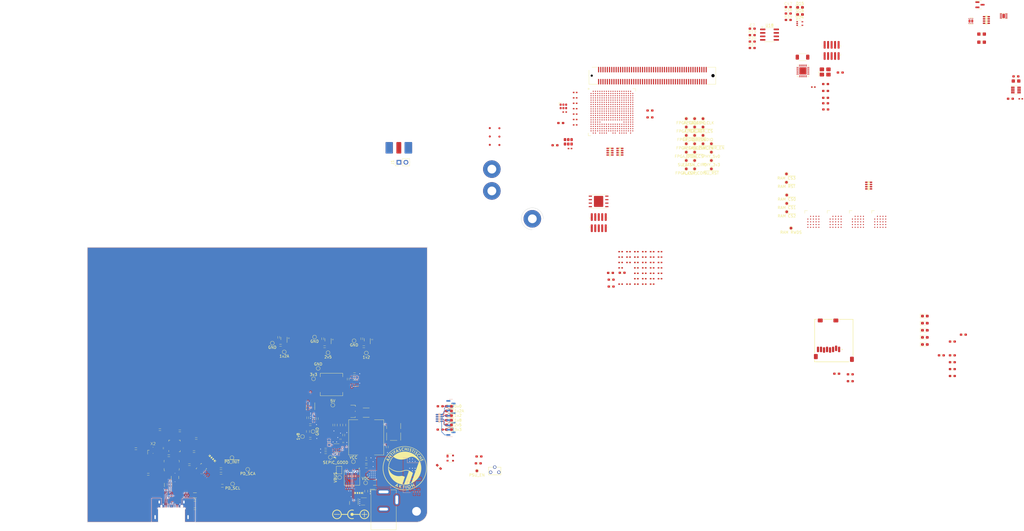
<source format=kicad_pcb>
(kicad_pcb (version 20240108) (generator "pcbnew") (generator_version "8.0")
  (title_block (title "Squishy -  Main Board") (date "2023-06-01") (rev "2") (company "Shrine Maiden Heavy Industries") (comment 1 "License: CERN-OHL-S") (comment 2 "© 2023 Aki 'lethalbit' Van Ness, et. al.") (comment 3 "No warranty expressed or implied") (comment 4 "Squishy - SCSI Multitool"))
  (layers (0 "F.Cu" mixed) (1 "In1.Cu" power) (2 "In2.Cu" signal) (3 "In3.Cu" mixed) (4 "In4.Cu" power) (5 "In5.Cu" signal) (6 "In6.Cu" power) (31 "B.Cu" mixed) (34 "B.Paste" user) (35 "F.Paste" user) (36 "B.SilkS" user "B.Silkscreen") (37 "F.SilkS" user "F.Silkscreen") (38 "B.Mask" user) (39 "F.Mask" user) (44 "Edge.Cuts" user))
  (net 0 "")
  (net 1 "+3V3")
  (net 2 "GND")
  (net 3 "+1V8")
  (net 4 "Net-(U4-~{MR})")
  (net 5 "/USB Frontend/USB_SHIELD")
  (net 6 "/USB Frontend/TX+")
  (net 7 "/USB Frontend/SSTX+")
  (net 8 "/USB Frontend/TX-")
  (net 9 "/USB Frontend/SSTX-")
  (net 10 "/~{SU_RST}")
  (net 11 "Net-(U13-VCC)")
  (net 12 "Net-(U13-SS)")
  (net 13 "Net-(C26-Pad1)")
  (net 14 "Net-(U13-COMP)")
  (net 15 "+5V")
  (net 16 "Net-(U16-BIAS)")
  (net 17 "+1V2")
  (net 18 "Net-(U17-BIAS)")
  (net 19 "+2V5")
  (net 20 "Net-(J6-SHIELD)")
  (net 21 "Net-(U20-BIAS)")
  (net 22 "Net-(C89-Pad1)")
  (net 23 "Net-(U21-FB)")
  (net 24 "Net-(D2-A)")
  (net 25 "Net-(D3-A)")
  (net 26 "Net-(D4-A)")
  (net 27 "Net-(D5-A)")
  (net 28 "Net-(D6-A)")
  (net 29 "Net-(D7-A)")
  (net 30 "Net-(D8-A)")
  (net 31 "Net-(D9-K)")
  (net 32 "Net-(D9-A)")
  (net 33 "Net-(D10-K)")
  (net 34 "Net-(D10-A)")
  (net 35 "Net-(D11-K)")
  (net 36 "Net-(D11-A)")
  (net 37 "Net-(D12-K)")
  (net 38 "Net-(D12-A)")
  (net 39 "VBUS")
  (net 40 "/TRIGGER")
  (net 41 "/USB Frontend/TX1+")
  (net 42 "/USB Frontend/TX1-")
  (net 43 "/USB Frontend/CC1")
  (net 44 "/USB Frontend/D+")
  (net 45 "/USB Frontend/D-")
  (net 47 "/USB Frontend/RX2-")
  (net 48 "/USB Frontend/RX2+")
  (net 49 "/USB Frontend/TX2+")
  (net 50 "/USB Frontend/TX2-")
  (net 51 "/USB Frontend/CC2")
  (net 53 "/USB Frontend/RX1-")
  (net 54 "/USB Frontend/RX1+")
  (net 55 "/SU_SWCLK")
  (net 56 "/SU_SWDIO")
  (net 60 "/USB Frontend/~{PD_INT}")
  (net 61 "/USB Frontend/PD_SCL")
  (net 62 "/USB Frontend/PD_SCA")
  (net 63 "VDC")
  (net 64 "/SDCARD.D2")
  (net 65 "/SDCARD.D3")
  (net 66 "/SDCARD.CMD")
  (net 67 "/SDCARD.CLK")
  (net 68 "/SDCARD.D0")
  (net 69 "/SDCARD.D1")
  (net 70 "/SDCARD.DET")
  (net 78 "Net-(U21-LX)")
  (net 79 "Net-(Q1-G)")
  (net 80 "Net-(Q1-S)")
  (net 81 "Net-(Q2-G)")
  (net 82 "Net-(Q3-G)")
  (net 83 "Net-(Q4-G)")
  (net 84 "Net-(Q5-G)")
  (net 85 "/FPGA_DONE")
  (net 86 "Net-(U13-UVLO{slash}EN{slash}SYNC)")
  (net 87 "Net-(U13-RT)")
  (net 88 "/~{FPGA_CS}")
  (net 89 "/FPGA_TDO")
  (net 90 "/FPGA_TCK")
  (net 91 "/FPGA_TDI")
  (net 92 "/FPGA_TMS")
  (net 93 "/SU_LED_R")
  (net 94 "/USB Frontend/VBUS_S")
  (net 95 "Net-(U9-RBIAS)")
  (net 96 "/USB Frontend/REFCLK+")
  (net 97 "/USB Frontend/REFCLK-")
  (net 98 "/SYSCLK+")
  (net 99 "/SYSCLK-")
  (net 102 "/FPGA_CFG0")
  (net 103 "/FPGA_CFG1")
  (net 104 "/FPGA_CFG2")
  (net 105 "Net-(U13-FB)")
  (net 106 "/RAM.~{CS2}")
  (net 107 "/RAM.~{CS3}")
  (net 108 "/SU_LED_G")
  (net 109 "/FPGA_LED1")
  (net 110 "/FPGA_LED2")
  (net 111 "/FPGA_LED3")
  (net 112 "/FPGA_LED4")
  (net 113 "/FPGA_LED5")
  (net 114 "Net-(X4-OUT)")
  (net 115 "/SU_CLK")
  (net 116 "Net-(X2-OUT)")
  (net 117 "/USB Frontend/PHY_CLK")
  (net 118 "/Power & Mechanical/PSU_EN")
  (net 119 "/PHY_3v3")
  (net 136 "/PHY_5v0")
  (net 138 "/~{FPGA_HOLD}")
  (net 156 "+1V2A")
  (net 157 "/ADC_REF")
  (net 158 "/ID_SCL")
  (net 163 "/SCSI_PHY.IO")
  (net 164 "/ID_SDA")
  (net 167 "/SCSI_PHY.REQ")
  (net 168 "/TERMPW_EN")
  (net 169 "/SCSI_PHY.CD")
  (net 171 "/SCSI_PHY.SEL")
  (net 175 "/SCSI_PHY.MSG")
  (net 176 "/SCSI_PHY.RST")
  (net 177 "/SCSI_PHY.ACK")
  (net 178 "/SCSI_PHY.BSY")
  (net 179 "/SCSI_PHY.ATN")
  (net 183 "/SCSI_PHY.SINDLE")
  (net 185 "/SCSI_PHY.DB31")
  (net 186 "/SCSI_PHY.RMT_START")
  (net 187 "/SCSI_PHY.DB30")
  (net 188 "/SCSI_PHY.DYLD_START")
  (net 193 "/SCSI_PHY.DB29")
  (net 194 "/SCSI_PHY.DP0{slash}CRCA")
  (net 195 "/SCSI_PHY.DB28")
  (net 196 "/SCSI_PHY.DP1")
  (net 197 "/SCSI_PHY.DB27")
  (net 200 "/SCSI_PHY.ID0")
  (net 201 "/SCSI_PHY.DB26")
  (net 204 "/SCSI_PHY.ID1")
  (net 205 "/SCSI_PHY.DB25")
  (net 206 "/SCSI_PHY.ID2")
  (net 207 "/SCSI_PHY.DB24")
  (net 208 "/SCSI_PHY.ID3")
  (net 209 "/SCSI_PHY.DB23")
  (net 210 "/SCSI_PHY.DB0")
  (net 211 "/SCSI_PHY.DB22")
  (net 214 "/SCSI_PHY.DB1")
  (net 216 "/SCSI_PHY.DB21")
  (net 217 "/SCSI_PHY.DB2")
  (net 218 "/SCSI_PHY.DB20")
  (net 220 "/SCSI_PHY.DB3")
  (net 222 "/SCSI_PHY.DB19")
  (net 223 "/SCSI_PHY.DB4")
  (net 224 "/SCSI_PHY.DB18")
  (net 225 "/SCSI_PHY.DB5")
  (net 226 "/SCSI_PHY.DB17")
  (net 232 "/SCSI_PHY.DB6")
  (net 233 "/SCSI_PHY.DB16")
  (net 234 "/SCSI_PHY.DB7")
  (net 240 "/SCSI_PHY.DB15")
  (net 241 "/SCSI_PHY.DB8")
  (net 242 "/SCSI_PHY.DB14")
  (net 244 "/SCSI_PHY.DB9")
  (net 248 "/SCSI_PHY.DB13")
  (net 249 "/SCSI_PHY.DB10")
  (net 260 "/SCSI_PHY.DB12")
  (net 261 "/SCSI_PHY.DB11")
  (net 263 "Net-(U11-PA09)")
  (net 264 "/FPGA_CCLK")
  (net 268 "/ADC_DAT")
  (net 269 "/ADC_CLK")
  (net 271 "/FPGA_CIPO")
  (net 272 "/~{FPGA_INIT}")
  (net 274 "/FPGA_COPI")
  (net 275 "/~{FPGA_PROG}")
  (net 292 "/USB Frontend/SSRX+")
  (net 293 "/USB Frontend/SSRX-")
  (net 295 "/RAM.~{CS0}")
  (net 296 "/RAM.~{RST}")
  (net 298 "/RAM.~{CLK}")
  (net 299 "/RAM.CLK")
  (net 302 "/RAM.RWDS")
  (net 303 "/RAM.DQE2")
  (net 305 "/RAM.DQE1")
  (net 306 "/RAM.DQE0")
  (net 307 "/RAM.DQE3")
  (net 308 "/RAM.DQE4")
  (net 309 "/RAM.DQE7")
  (net 310 "/RAM.DQE6")
  (net 311 "/RAM.DQE5")
  (net 317 "/USB Frontend/PLUG_POL")
  (net 333 "/USB Frontend/PHY_BUS.D7")
  (net 334 "/USB Frontend/PHY_BUS.D6")
  (net 335 "/USB Frontend/PHY_BUS.D5")
  (net 336 "/USB Frontend/PHY_BUS.D4")
  (net 337 "/USB Frontend/PHY_BUS.CLK")
  (net 338 "/USB Frontend/PHY_BUS.D3")
  (net 339 "/USB Frontend/PHY_BUS.D2")
  (net 340 "/USB Frontend/PHY_BUS.D1")
  (net 341 "/USB Frontend/PHY_BUS.D0")
  (net 342 "/USB Frontend/PHY_BUS.NXT")
  (net 343 "/USB Frontend/PHY_BUS.DIR")
  (net 344 "/USB Frontend/PHY_BUS.STP")
  (net 345 "/USB Frontend/~{PHY_RST}")
  (net 346 "VCC")
  (net 347 "Net-(Q8-D)")
  (net 348 "Net-(R46-Pad2)")
  (net 351 "Net-(Q8-G)")
  (net 354 "Net-(Q6-G)")
  (net 355 "/~{FLASH_CS}")
  (net 356 "/FLASH_CLK")
  (net 357 "/FLASH_COPI")
  (net 358 "/FLASH_CIPO")
  (net 359 "/ADC_CH")
  (net 360 "Net-(U23-FB)")
  (net 361 "/~{DFU_TRIG}")
  (net 362 "/SU_ATTN")
  (net 363 "/Power & Mechanical/SEPIC_GOOD")
  (net 365 "/RAM.~{CS1}")
  (net 369 "/RAM.DQO2")
  (net 371 "/RAM.DQO1")
  (net 372 "/RAM.DQO0")
  (net 373 "/RAM.DQO3")
  (net 374 "/RAM.DQO4")
  (net 375 "/RAM.DQO7")
  (net 376 "/RAM.DQO6")
  (net 377 "/RAM.DQO5")
  (net 383 "Net-(U23-PG)")
  (net 387 "Net-(Q10A-G)")
  (net 388 "Net-(Q10B-G)")
  (net 389 "Net-(D13-A)")
  (net 390 "Net-(F1-Pad1)")
  (net 391 "Net-(F2-Pad1)")
  (net 392 "Net-(U23-SW)")
  (net 393 "Net-(Q6-D)")
  (net 394 "Net-(R46-Pad4)")
  (net 395 "/Power & Mechanical/SEPIC_SW")
  (net 396 "Net-(Q9-G)")
  (net 397 "Net-(Q9-D)")
  (net 398 "Net-(Q7A-G)")
  (net 399 "/~{PHY_PWR_EN}")
  (net 400 "Net-(Q7A-D)")
  (net 401 "Net-(Q7B-D)")
  (net 402 "/PHY_3V3_SENSE")
  (net 403 "/PHY_5V_SENSE")
  (net 404 "/Power & Mechanical/SEPIC_OUT")
  (net 405 "Net-(D15-A)")
  (net 406 "Net-(D16-A)")
  (net 407 "/~{BITRAM_CS}")
  (net 410 "/FBIT_CS")
  (net 411 "/UBIT_CS")
  (footprint "rhais_rcl:C0402" (layer "F.Cu") (at 255.72 91.26)
    (property "Reference" "C78" (hide yes))
    (property "Value" "1u" (hide yes))
  )
  (footprint "rhais_rcl:C0402" (layer "F.Cu") (at 241.37 83.38)
    (property "Reference" "C2" (hide yes))
    (property "Value" "100n" (hide yes))
  )
  (footprint "Package_DFN_QFN:QFN-24-1EP_4x4mm_P0.5mm_EP2.6x2.6mm" (layer "F.Cu") (at 307.8 17.5)
    (property "Reference" "U11" (hide yes))
    (property "Value" "ATSAMD09D14A-M" (hide yes))
  )
  (footprint "TestPoint:TestPoint_Pad_D1.0mm" (layer "F.Cu") (at 139 165.65 -90)
    (property "Reference" "TP14" (hide yes))
    (property "Value" "VBUS")
  )
  (footprint "rhais_rcl:R0603_Array_Concave_4" (layer "F.Cu") (at 145.9 171.3 90)
    (property "Reference" "R50" (hide yes))
    (property "Value" "10K" (hide yes))
  )
  (footprint "rhais_rcl:C0402" (layer "F.Cu") (at 252.85 91.26)
    (property "Reference" "C70" (hide yes))
    (property "Value" "10n" (hide yes))
  )
  (footprint "rhais_rcl:C0402" (layer "F.Cu") (at 255.72 89.29)
    (property "Reference" "C77" (hide yes))
    (property "Value" "1u" (hide yes))
  )
  (footprint "rhais_rcl:R0603" (layer "F.Cu") (at 302.45 -1.055)
    (property "Reference" "R39")
    (property "Value" "4k7")
  )
  (footprint "rhais_rcl:C0402" (layer "F.Cu") (at 252.85 89.29)
    (property "Reference" "C69" (hide yes))
    (property "Value" "10n" (hide yes))
  )
  (footprint "TestPoint:TestPoint_Pad_D1.0mm" (layer "F.Cu") (at 265.291393 53.211393)
    (property "Reference" "TP21" (hide yes))
    (property "Value" "FPGA_COPI")
  )
  (footprint "rhais_rcl:C0402" (layer "F.Cu") (at 249.98 83.38)
    (property "Reference" "C58" (hide yes))
    (property "Value" "10n" (hide yes))
  )
  (footprint "rhais_rcl:C0402" (layer "F.Cu") (at 249.98 93.23)
    (property "Reference" "C63" (hide yes))
    (property "Value" "1u" (hide yes))
  )
  (footprint "MountingHole:MountingHole_3.2mm_M3_Pad" (layer "F.Cu") (at 194.45 61.25)
    (property "Reference" "H2" (hide yes))
    (property "Value" "MountingHole" (hide yes))
  )
  (footprint "rhais_rcl:C0603" (layer "F.Cu") (at 95.75 162.4)
    (property "Reference" "C49" (hide yes))
    (property "Value" "300p" (hide yes))
  )
  (footprint "Package_TO_SOT_SMD:SOT-353_SC-70-5" (layer "F.Cu") (at 306.65 0.25)
    (property "Reference" "U24")
    (property "Value" "74AHC1G02")
  )
  (footprint "TestPoint:TestPoint_Pad_D1.0mm" (layer "F.Cu") (at 265.291393 47.111393)
    (property "Reference" "TP19" (hide yes))
    (property "Value" "FPGA_DONE")
  )
  (footprint "TestPoint:TestPoint_Pad_D1.0mm" (layer "F.Cu") (at 265.291393 34.911393)
    (property "Reference" "TP15" (hide yes))
    (property "Value" "FPGA_TDO")
  )
  (footprint "TestPoint:TestPoint_Pad_D1.0mm" (layer "F.Cu") (at 301.8 58.1)
    (property "Reference" "TP40" (hide yes))
    (property "Value" "RAM ~{RST}")
  )
  (footprint "Package_DFN_QFN:WQFN-14-1EP_2.5x2.5mm_P0.5mm_EP1.45x1.45mm" (layer "F.Cu") (at 88.589169 162.446276 135)
    (property "Reference" "U10" (hide yes))
    (property "Value" "FUSB302BMPX" (hide yes))
  )
  (footprint "rhais_rcl:C0603" (layer "F.Cu") (at 73.5 148.2)
    (property "Reference" "C12" (hide yes))
    (property "Value" "4u7" (hide yes))
  )
  (footprint "TestPoint:TestPoint_Pad_D1.0mm" (layer "F.Cu") (at 274.441393 53.211393)
    (property "Reference" "TP46" (hide yes))
    (property "Value" "~{SU_RST}")
  )
  (footprint "rhais_rcl:R0603" (layer "F.Cu") (at 76.75 157.7)
    (property "Reference" "R9" (hide yes))
    (property "Value" "10k" (hide yes))
  )
  (footprint "Fuse:Fuse_1206_3216Metric" (layer "F.Cu") (at 151.85 167.6 180)
    (property "Reference" "F1" (hide yes))
    (property "Value" "7A" (hide yes))
  )
  (footprint "TestPoint:TestPoint_Pad_D1.0mm" (layer "F.Cu") (at 105.5 162.7)
    (property "Reference" "TP34" (hide yes))
    (property "Value" "PD_SCA")
  )
  (footprint "lethalbit-inductor:L_Vishay_IHLP-3232" (layer "F.Cu") (at 136 131.8 180)
    (property "Reference" "L3" (hide yes))
    (property "Value" "1u" (hide yes))
  )
  (footprint "rhais_rcl:R0402" (layer "F.Cu") (at 74.75 154.95)
    (property "Reference" "R30" (hide yes))
    (property "Value" "0" (hide yes))
  )
  (footprint "rhais_package-qfn:USON-10_2.5x1.0mm_P0.5mm" (layer "F.Cu") (at 76.5 168.2 90)
    (property "Reference" "U6" (hide yes))
    (property "Value" "TPD4E02B04DQA" (hide yes))
  )
  (footprint "rhais_osc:SMD2520" (layer "F.Cu") (at 71 155.75)
    (property "Reference" "X2")
    (property "Value" "13MHz")
  )
  (footprint "lethalbit:WSON_8_2x2mm_1EP" (layer "F.Cu") (at 380.9425 -2.5)
    (property "Reference" "U19" (hide yes))
    (property "Value" "INA2180A1" (hide yes))
  )
  (footprint "LED_SMD:LED_0603_1608Metric_Pad1.05x0.95mm_HandSolder" (layer "F.Cu") (at 178.830817 146.508094 180)
    (property "Reference" "D9" (hide yes))
    (property "Value" "GREEN" (hide yes))
  )
  (footprint "rhais_rcl:C0402" (layer "F.Cu") (at 140.3 152.9 -90)
    (property "Reference" "C26" (hide yes))
    (property "Value" "12n" (hide yes))
  )
  (footprint "rhais_rcl:C0402" (layer "F.Cu") (at 224.8 31.28)
    (property "Reference" "C82" (hide yes))
    (property "Value" "10n" (hide yes))
  )
  (footprint "rhais_rcl:C0805" (layer "F.Cu") (at 148.65 170.65 90)
    (property "Reference" "C94" (hide yes))
    (property "Value" "47u" (hide yes))
  )
  (footprint "rhais_rcl:C0603" (layer "F.Cu") (at 132.8 115.1 -90)
    (property "Reference" "C43" (hide yes))
    (property "Value" "1u" (hide yes))
  )
  (footprint "Package_SO:SOIC-8_3.9x4.9mm_P1.27mm" (layer "F.Cu") (at 295.625 4.295)
    (property "Reference" "U18")
    (property "Value" "IS66WVS4M8BLL")
  )
  (footprint "LED_SMD:LED_0603_1608Metric_Pad1.05x0.95mm_HandSolder" (layer "F.Cu") (at 306.745 -3.045)
    (property "Reference" "D16")
    (property "Value" "GREEN")
  )
  (footprint "Fuse:Fuse_1206_3216Metric" (layer "F.Cu") (at 86.25 172.1)
    (property "Reference" "F2" (hide yes))
    (property "Value" "7A" (hide yes))
  )
  (footprint "rhais_rcl:C0603" (layer "F.Cu") (at 237.91 93.58)
    (property "Reference" "C64" (hide yes))
    (property "Value" "4u7" (hide yes))
  )
  (footprint "rhais_rcl:C0402" (layer "F.Cu") (at 252.85 85.35)
    (property "Reference" "C67" (hide yes))
    (property "Value" "10n" (hide yes))
  )
  (footprint "MountingHole:MountingHole_3.2mm_M3_Pad" (layer "F.Cu") (at 194.45 53.3)
    (property "Reference" "H1" (hide yes))
    (property "Value" "MountingHole" (hide yes))
  )
  (footprint "rhais_rcl:R0603" (layer "F.Cu") (at 302.45 -3.405)
    (property "Reference" "R38")
    (property "Value" "4k7")
  )
  (footprint "rhais_rcl:C0402" (layer "F.Cu") (at 249.98 95.2)
    (property "Reference" "C65" (hide yes))
    (property "Value" "100n" (hide yes))
  )
  (footprint "rhais_rcl:C0402" (layer "F.Cu") (at 247.11 85.35)
    (property "Reference" "C52" (hide yes))
    (property "Value" "100n" (hide yes))
  )
  (footprint "Package_SON:WSON-6-1EP_2x2mm_P0.65mm_EP1x1.6mm" (layer "F.Cu") (at 118.7 115.5 90)
    (property "Reference" "U16" (hide yes))
    (property "Value" "TPS7A1112PDRVT" (hide yes))
  )
  (footprint "TestPoint:TestPoint_Pad_D1.0mm" (layer "F.Cu") (at 268.341393 47.111393)
    (property "Reference" "TP26" (hide yes))
    (property "Value" "~{FPGA_CS}")
  )
  (footprint "rhais_rcl:C0402" (layer "F.Cu") (at 247.11 93.23)
    (property "Reference" "C56" (hide yes))
    (property "Value" "1n" (hide yes))
  )
  (footprint "lethalbit-memory:TFBGA-24-6x8mm-1.0mm" (layer "F.Cu") (at 319.72 72.5)
    (property "Reference" "U3" (hide yes))
    (property "Value" "HyperRAM" (hide yes))
  )
  (footprint "Package_SON:WSON-6-1EP_2x2mm_P0.65mm_EP1x1.6mm" (layer "F.Cu") (at 134.75 116 90)
    (property "Reference" "U17" (hide yes))
    (property "Value" "TPS7A1125PDRVT" (hide yes))
  )
  (footprint "lethalbit-rf:Molex_SMA_732512120" (layer "F.Cu") (at 160.55 43.375)
    (property "Reference" "J2" (hide yes))
    (property "Value" "TRIGGER" (hide yes))
  )
  (footprint "TestPoint:TestPoint_Pad_D1.0mm" (layer "F.Cu") (at 148.7 120.3)
    (property "Reference" "TP11" (hide yes))
    (property "Value" "1v2")
  )
  (footprint "TestPoint:TestPoint_Pad_D1.0mm" (layer "F.Cu") (at 189 163.25)
    (property "Reference" "TP42" (hide yes))
    (property "Value" "PSU_EN")
  )
  (footprint "rhais_rcl:R0805" (layer "F.Cu") (at 372.9 4.1)
    (property "Reference" "R52" (hide yes))
    (property "Value" "50m" (hide yes))
  )
  (footprint "rhais_rcl:C0402" (layer "F.Cu") (at 241.37 89.29)
    (property "Reference" "C5" (hide yes))
    (property "Value" "100n" (hide yes))
  )
  (footprint "LED_SMD:LED_0603_1608Metric_Pad1.05x0.95mm_HandSolder" (layer "F.Cu") (at 178.830817 143.108094 180)
    (property "Reference" "D10" (hide yes))
    (property "Value" "GREEN" (hide yes))
  )
  (footprint "TestPoint:TestPoint_Pad_D1.0mm" (layer "F.Cu") (at 144.25 115.85)
    (property "Reference" "TP12" (hide yes))
    (property "Value" "GND")
  )
  (footprint "Package_SON:WSON-8-1EP_2x2mm_P0.5mm_EP0.9x1.6mm" (layer "F.Cu") (at 144.3695 131.3 180)
    (property "Reference" "U23" (hide yes))
    (property "Value" "TLV62084ADSGR" (hide yes))
  )
  (footprint "Fiducial:Fiducial_0.75mm_Mask1.5mm" (layer "F.Cu") (at 193.7 38.35)
    (property "Reference" "FID1" (hide yes))
    (property "Value" "Fiducial" (hide yes))
  )
  (footprint "TestPoint:TestPoint_Pad_D1.0mm" (layer "F.Cu") (at 148.45 167.6 180)
    (property "Reference" "TP8" (hide yes))
    (property "Value" "VDC")
  )
  (footprint "rhais_rcl:R0603" (layer "F.Cu") (at 289.325 6.815)
    (property "Reference" "R20")
    (property "Value" "100k")
  )
  (footprint "lethalbit-so:SOT1118-3" (layer "F.Cu") (at 369 -0.675)
    (property "Reference" "Q7" (hide yes))
    (property "Value" "PMDPB58UPE,115" (hide yes))
  )
  (footprint "LED_SMD:LED_0603_1608Metric_Pad1.05x0.95mm_HandSolder" (layer "F.Cu") (at 352.225 112.02)
    (property "Reference" "D4" (hide yes))
    (property "Value" "WHITE" (hide yes))
  )
  (footprint "rhais_rcl:C0402" (layer "F.Cu") (at 249.98 87.32)
    (property "Reference" "C60" (hide yes))
    (property "Value" "100n" (hide yes))
  )
  (footprint "rhais_rcl:C0603" (layer "F.Cu") (at 316.05 22.3)
    (property "Reference" "C19" (hide yes))
    (property "Value" "100n" (hide yes))
  )
  (footprint "LED_SMD:LED_0603_1608Metric_Pad1.05x0.95mm_HandSolder" (layer "F.Cu") (at 306.745 -5.635)
    (property "Reference" "D15")
    (property "Value" "RED")
  )
  (footprint "rhais_rcl:R0603" (layer "F.Cu") (at 362.25 123.66)
    (property "Reference" "R24" (hide yes))
    (property "Value" "10k" (hide yes))
  )
  (footprint "rhais_package-qfn:WQFN-28-1EP_3.5x5.5_P0.5mm_EP2x4mm" (layer "F.Cu") (at 77.75 161.2 90)
    (property "Reference" "U5" (hide yes))
    (property "Value" "HD3SS460" (hide yes))
  )
  (footprint "rhais_rcl:C0603" (layer "F.Cu") (at 64.75 155.2)
    (property "Reference" "C15" (hide yes))
    (property "Value" "10n" (hide yes))
  )
  (footprint "Fiducial:Fiducial_0.75mm_Mask1.5mm" (layer "F.Cu") (at 197.2 41.45)
    (property "Reference" "FID5" (hide yes))
    (property "Value" "Fiducial" (hide yes))
  )
  (footprint "rhais_osc:SMD3225" (layer "F.Cu") (at 315.9 17.9)
    (property "Reference" "X4" (hide yes))
    (property "Value" "48MHz" (hide yes))
  )
  (footprint "rhais_rcl:R0603" (layer "F.Cu") (at 156.4 154.55 90)
    (property "Reference" "R16" (hide yes))
    (property "Value" "10m" (hide yes))
  )
  (footprint "TestPoint:TestPoint_Pad_D1.0mm" (layer "F.Cu") (at 268.341393 44.061393)
    (property "Reference" "TP25" (hide yes))
    (property "Value" "FPGA_CCLK")
  )
  (footprint "lethalbit-inductor:Bourns-SRF1260" (layer "F.Cu") (at 148.65 151.05)
    (property "Reference" "L1" (hide yes))
    (property "Value" "1u5" (hide yes))
  )
  (footprint "lethalbit-connectors:101445x-10x80xLF" (layer "F.Cu") (at 252.941393 19.241393)
    (property "Reference" "J7" (hide yes))
    (property "Value" "SCSI PHY Mezz" (hide yes))
  )
  (footprint "Package_TO_SOT_SMD:SOT-23" (layer "F.Cu") (at 372.3125 -6.6)
    (property "Reference" "Q9" (hide yes))
    (property "Value" "DMN65D8L-7" (hide yes))
  )
  (footprint "rhais_rcl:C0402" (layer "F.Cu") (at 252.85 93.23)
    (property "Reference" "C72" (hide yes))
    (property "Value" "100n" (hide yes))
  )
  (footprint "TestPoint:TestPoint_Pad_D1.0mm" (layer "F.Cu") (at 268.341393 34.911393)
    (property "Reference" "TP22" (hide yes))
    (property "Value" "FPGA_CIPO")
  )
  (footprint "TestPoint:TestPoint_Pad_D1.0mm" (layer "F.Cu") (at 301.9 62.75)
    (property "Reference" "TP36" (hide yes))
    (property "Value" "RAM ~{CS0}")
  )
  (footprint "rhais_rcl:C0402" (layer "F.Cu") (at 252.85 87.32)
    (property "Reference" "C68" (hide yes))
    (property "Value" "10n" (hide yes))
  )
  (footprint "rhais_rcl:R0603" (layer "F.Cu") (at 366.26 113.62)
    (property "Reference" "R27" (hide yes))
    (property "Value" "4k7" (hide yes))
  )
  (footprint "rhais_rcl:C0402" (layer "F.Cu") (at 244.24 95.2)
    (property "Reference" "C50" (hide yes))
    (property "Value" "100n" (hide yes))
  )
  (footprint "rhais_rcl:C0402" (layer "F.Cu") (at 247.11 89.29)
    (property "Reference" "C54" (hide yes))
    (property "Value" "100n" (hide yes))
  )
  (footprint "TestPoint:TestPoint_Pad_D1.0mm" (layer "F.Cu") (at 268.341393 53.211393)
    (property "Reference" "TP28" (hide yes))
    (property "Value" "FLASH_COPI")
  )
  (footprint "rhais_rcl:R0603" (layer "F.Cu") (at 133.9 156.6)
    (property "Reference" "R4" (hide yes))
    (property "Value" "10k" (hide yes))
  )
  (footprint "rhais_rcl:C0603" (layer "F.Cu") (at 128.3 151.4)
    (property "Reference" "C48" (hide yes))
    (property "Value" "1u" (hide yes))
  )
  (footprint "rhais_rcl:C0603" (layer "F.Cu") (at 147.8 118 180)
    (property "Reference" "C87" (hide yes))
    (property "Value" "1u" (hide yes))
  )
  (footprint "Capacitor_SMD:C_1812_4532Metric" (layer "F.Cu") (at 148.65 142.05 180)
    (property "Reference" "C28" (hide yes))
    (property "Value" "2u2" (hide yes))
  )
  (footprint "TestPoint:TestPoint_Pad_D1.0mm" (layer "F.Cu") (at 100 168)
    (property "Reference" "TP35" (hide yes))
    (property "Value" "PD_SCL")
  )
  (footprint "lethalbit-so:ONSemi_SO-8FL_488AA" (layer "F.Cu") (at 158.65 149.05 -90)
    (property "Reference" "Q1" (hide yes))
    (property "Value" "NTMFS5C442NT1G" (hide yes))
  )
  (footprint "TestPoint:TestPoint_Pad_D1.0mm" (layer "F.Cu") (at 129.85 114.5)
    (property "Reference" "TP5" (hide yes))
    (property "Value" "GND")
  )
  (footprint "rhais_rcl:R0603" (layer "F.Cu") (at 86.25 174 180)
    (property "Reference" "R8" (hide yes))
    (property "Value" "1M" (hide yes))
  )
  (footprint "lethalbit-so:SOT1220-3" (layer "F.Cu") (at 147.9 174.4 -90)
    (property "Reference" "Q6" (hide yes))
    (property "Value" "PMPB20EN" (hide yes))
  )
  (footprint "rhais_rcl:C0402" (layer "F.Cu") (at 255.72 83.38)
    (property "Reference" "C74" (hide yes))
    (property "Value" "100n" (hide yes))
  )
  (footprint "rhais_rcl:R0603_Array_Concave_4" (layer "F.Cu") (at 331.75 59.3)
    (property "Reference" "R36")
    (property "Value" "10K")
  )
  (footprint "lethalbit-so:TO-277A-2" (layer "F.Cu") (at 141.500001 141.55 -90)
    (property "Reference" "D1" (hide yes))
    (property "Value" "SS10P6-M3/86A" (hide yes))
  )
  (footprint "TestPoint:TestPoint_Pad_D1.0mm" (layer "F.Cu") (at 144 159.9 180)
    (property "Reference" "TP10" (hide yes))
    (property "Value" "VCC")
  )
  (footprint "rhais_rcl:C0402" (layer "F.Cu") (at 224.8 35.22)
    (property "Reference" "C84" (hide yes))
    (property "Value" "10n" (hide yes))
  )
  (footprint "rhais_rcl:C0402" (layer "F.Cu") (at 136.5 115.4 -90)
    (property "Reference" "C44" (hide yes))
    (property "Value" "100n" (hide yes))
  )
  (footprint "TestPoint:TestPoint_Pad_D1.0mm" (layer "F.Cu") (at 301.9 68.85)
    (property "Reference" "TP38" (hide yes))
    (property "Value" "RAM ~{CS2}")
  )
  (footprint "rhais_rcl:R0603" (layer "F.Cu") (at 289.325 9.165)
    (property "Reference" "R37")
    (property "Value" "4k7")
  )
  (footprint "rhais_usb:USB-3.1-Type-C_In-PCB" (layer "F.Cu") (at 77.75 176.5)
    (property "Reference" "J3" (hide yes))
    (property "Value" "USB_C_Receptacle" (hide yes))
    (fp_line (start -4.75 0.2) (end 4.75 0.2) (stroke (width 0.05)) (layer "Edge.Cuts"))
    (fp_line (start -4.75 0.7) (end -4.75 5.4) (stroke (width 0.05)) (layer "Edge.Cuts"))
    (fp_line (start 4.75 0.7) (end 4.75 5.4) (stroke (width 0.05)) (layer "Edge.Cuts"))
    (fp_arc (start -4.75 0.7) (mid -5 0.45) (end -4.75 0.2) (stroke (width 0.05)) (layer "Edge.Cuts"))
    (fp_arc (start 4.75 0.2) (mid 5 0.45) (end 4.75 0.7) (stroke (width 0.05)) (layer "Edge.Cuts"))
  )
  (footprint "Package_TO_SOT_SMD:SOT-23-8" (layer "F.Cu") (at 385.4125 24.475)
    (property "Reference" "U22" (hide yes))
    (property "Value" "MAX1118" (hide yes))
  )
  (footprint "rhais_rcl:C0402" (layer "F.Cu") (at 387.1825 27.685)
    (property "Reference" "C97" (hide yes))
    (property "Value" "100n" (hide yes))
  )
  (footprint "lethalbit:AK3A-xxxMHz" (layer "F.Cu") (at 222.3 43.35)
    (property "Reference" "X1" (hide yes))
    (property "Value" "100MHz" (hide yes))
  )
  (footprint "Package_TO_SOT_SMD:SOT-23" (layer "F.Cu") (at 144.15 174.9375 -90)
    (property "Reference" "Q8" (hide yes))
    (property "Value" "DMN65D8L-7" (hide yes))
  )
  (footprint "rhais_rcl:R0603" (layer "F.Cu") (at 140.45 150.2 -90)
    (property "Reference" "R15" (hide yes))
    (property "Value" "5k36" (hide yes))
  )
  (footprint "rhais_button-smd:B3U-1000P-B" (layer "F.Cu") (at 307.65 12.5)
    (property "Reference" "SW2" (hide yes))
    (property "Value" "DFU" (hide yes))
  )
  (footprint "rhais_rcl:C0603" (layer "F.Cu") (at 69.25 164.45)
    (property "Reference" "C11" (hide yes))
    (property "Value" "100n" (hide yes))
  )
  (footprint "LED_SMD:LED_0603_1608Metric_Pad1.05x0.95mm_HandSolder" (layer "F.Cu") (at 178.830819 148.208095 180)
    (property "Reference" "D8" (hide yes))
    (property "Value" "GREEN" (hide yes))
  )
  (footprint "lethalbit-memory:TFBGA-24-6x8mm-1.0mm" (layer "F.Cu") (at 335.96 72.5)
    (property "Reference" "U15" (hide yes))
    (property "Value" "HyperRAM" (hide yes))
  )
  (footprint "rhais_rcl:R0805" (layer "F.Cu") (at 127.45 148.900001 -90)
    (property "Reference" "FB2" (hide yes))
    (property "Value" "600 @ 100MHz" (hide yes))
  )
  (footprint "lethalbit-connectors:FTSH-105-01-L-DV-K-TR" (layer "F.Cu") (at 318.25 10.05)
    (property "Reference" "J4" (hide yes))
    (property "Value" "SU SWD" (hide yes))
  )
  (footprint "rhais_package-qfn:USON-10_2.5x1.0mm_P0.5mm" (layer "F.Cu") (at 79 165.65 90)
    (property "Reference" "U8" (hide yes))
    (property "Value" "TPD4E02B04DQA" (hide yes))
  )
  (footprint "rhais_rcl:R0402" (layer "F.Cu") (at 222.923607 45.803607 180)
    (property "Reference" "R13" (hide yes))
    (property "Value" "100" (hide yes))
  )
  (footprint "rhais_rcl:C0603" (layer "F.Cu") (at 128.3 146.4)
    (property "Reference" "C89" (hide yes))
    (property "Value" "10u" (hide yes))
  )
  (footprint "rhais_rcl:C0805" (layer "F.Cu") (at 140.65 146.55 90)
    (property "Reference" "C29" (hide yes))
    (property "Value" "10u" (hide yes))
  )
  (footprint "rhais_rcl:C0402" (layer "F.Cu") (at 224.8 33.25)
    (property "Reference" "C83" (hide yes))
    (property "Value" "100n" (hide yes))
  )
  (footprint "rhais_rcl:C0402" (layer "F.Cu") (at 241.37 85.35)
    (property "Reference" "C3" (hide yes))
    (property "Value" "100n" (hide yes))
  )
  (footprint "rhais_rcl:R0603" (layer "F.Cu") (at 252.05 31.94)
    (property "Reference" "R1" (hide yes))
    (property "Value" "1k" (hide yes))
  )
  (footprint "rhais_rcl:R0603" (layer "F.Cu") (at 362.25 121.15)
    (property "Reference" "R23" (hide yes))
    (property "Value" "4k7" (hide yes))
  )
  (footprint "rhais_rcl:C0603" (layer "F.Cu") (at 316.05 24.81)
    (property "Reference" "C20" (hide yes))
    (property "Value" "1u" (hide yes))
  )
  (footprint "rhais_rcl:R0603" (layer "F.Cu") (at 358.24 121.15)
    (property "Reference" "R7" (hide yes))
    (property "Value" "1k" (hide yes))
  )
  (footprint "LED_SMD:LED_0603_1608Metric_Pad1.05x0.95mm_HandSolder" (layer "F.Cu") (at 178.830817 144.808092 180)
    (property "Reference" "D11" (hide yes))
    (property "Value" "GREEN" (hide yes))
  )
  (footprint "rhais_rcl:R0603" (layer "F.Cu") (at 316.1 31.55)
    (property "Reference" "R54" (hide yes))
    (property "Value" "10k" (hide yes))
  )
  (footprint "rhais_rcl:C0603" (layer "F.Cu") (at 117.45 117.5 180)
    (property "Reference" "C42" (hide yes))
    (property "Value" "1u" (hide yes))
  )
  (footprint "TestPoint:TestPoint_Pad_D1.0mm" (layer "F.Cu") (at 274.441393 50.161393)
    (property "Reference" "TP45" (hide yes))
    (property "Value" "PHY_3v3")
  )
  (footprint "Fiducial:Fiducial_0.75mm_Mask1.5mm" (layer "F.Cu") (at 193.7 41.4)
    (property "Reference" "FID2" (hide yes))
    (property "Value" "Fiducial" (hide yes))
  )
  (footprint "rhais_rcl:R0603" (layer "F.Cu") (at 135.1 152.95 90)
    (property "Reference" "R18" (hide yes))
    (property "Value" "40k" (hide yes))
  )
  (footprint "Fiducial:Fiducial_0.75mm_Mask1.5mm" (layer "F.Cu") (at 197.2 44.5)
    (property "Reference" "FID6" (hide yes))
    (property "Value" "Fiducial" (hide yes))
  )
  (footprint "TestPoint:TestPoint_Pad_D1.0mm" (layer "F.Cu") (at 114.45 116.7)
    (property "Reference" "TP3" (hide yes))
    (property "Value" "GND")
  )
  (footprint "rhais_rcl:R0603" (layer "F.Cu") (at 289.325 4.465)
    (property "Reference" "R19")
    (property "Value" "100k")
  )
  (footprint "rhais_rcl:R0603" (layer "F.Cu") (at 142.0695 129.799998 -90)
    (property "Reference" "R57" (hide yes))
    (property "Value" "178k" (hide yes))
  )
  (footprint "TestPoint:TestPoint_Pad_D1.0mm" (layer "F.Cu") (at 268.341393 37.961393)
    (property "Reference" "TP23" (hide yes))
    (property "Value" "~{FPGA_INIT}")
  )
  (footprint "rhais_rcl:R0805" (layer "F.Cu") (at 385.45 21.2)
    (property "Reference" "FB3" (hide yes))
    (property "Value" "600 @ 100MHz" (hide yes))
  )
  (footprint "TestPoint:TestPoint_Pad_D1.0mm" (layer "F.Cu") (at 265.291393 41.011393)
    (property "Reference" "TP17" (hide yes))
    (property "Value" "FPGA_TDI")
  )
  (footprint "rhais_rcl:C0402" (layer "F.Cu") (at 139.3 151.7 -90)
    (property "Reference" "C38" (hide yes))
    (property "Value" "820p" (hide yes))
  )
  (footprint "rhais_rcl:C0603" (layer "F.Cu") (at 95.75 164.15)
    (property "Reference" "C91" (hide yes))
    (property "Value" "300p" (hide yes))
  )
  (footprint "TestPoint:TestPoint_Pad_D1.0mm" (layer "F.Cu") (at 274.441393 44.061393)
    (property "Reference" "TP43" (hide yes))
    (property "Value" "~{PHY_PWR_EN}")
  )
  (footprint "rhais_rcl:C0603" (layer "F.Cu") (at 133.5 118 180)
    (property "Reference" "C45" (hide yes))
    (property "Value" "1u" (hide yes))
  )
  (footprint "Jumper:SolderJumper-2_P1.3mm_Open_TrianglePad1.0x1.5mm" (layer "F.Cu") (at 138.8 162.95 90)
    (property "Reference" "JP1" (hide yes))
    (property "Value" "PD_ONLY" (hide yes))
  )
  (footprint "rhais_rcl:R0603" (layer "F.Cu") (at 85.925 156.2)
    (property "Reference" "R10" (hide yes))
    (property "Value" "8k06" (hide yes))
  )
  (footprint "rhais_rcl:C0603" (layer "F.Cu") (at 116.75 114.6 -90)
    (property "Reference" "C40" (hide yes))
    (property "Value" "1u" (hide yes))
  )
  (footprint "rhais_rcl:C0402" (layer "F.Cu") (at 241.37 87.32)
    (property "Reference" "C4" (hide yes))
    (property "Value" "100n" (hide yes))
  )
  (footprint "rhais_rcl:R0402" (layer "F.Cu") (at 221 32.5 180)
    (property "Reference" "R11" (hide yes))
    (property "Value" "100" (hide yes))
  )
  (footprint "Package_TO_SOT_SMD:SOT-143" (layer "F.Cu") (at 179.3 158.6)
    (property "Reference" "U4" (hide yes))
    (property "Value" "APX811-40UG-7" (hide yes))
  )
  (footprint "TestPoint:TestPoint_Pad_D1.0mm" (layer "F.Cu") (at 265.291393 37.961393)
    (property "Reference" "TP16" (hide yes))
    (property "Value" "FPGA_TCK")
  )
  (footprint "rhais_rcl:C0603" (layer "F.Cu") (at 289.325 2.115)
    (property "Reference" "C7")
    (property "Value" "100n")
  )
  (footprint "rhais_rcl:C0805" (layer "F.Cu") (at 96.25 168.65)
    (property "Reference" "C93" (hide yes))
    (property "Value" "10u" (hide yes))
  )
  (footprint "rhais_rcl:C0603" (layer "F.Cu") (at 321.4 18.1)
    (property "Reference" "C22" (hide yes))
    (property "Value" "10n" (hide yes))
  )
  (footprint "rhais_rcl:C0603" (layer "F.Cu") (at 86.25 177 180)
    (property "Reference" "C8" (hide yes))
    (property "Value" "100n" (hide yes))
  )
  (footprint "TestPoint:TestPoint_Pad_D1.0mm" (layer "F.Cu") (at 136.5 139.3 180)
    (property "Reference" "TP1" (hide yes))
    (property "Value" "5V")
  )
  (footprint "rhais_rcl:R0603_Array_Concave_4" (layer "F.Cu") (at 241.1 46.95)
    (property "Reference" "R14" (hide yes))
    (property "Value" "10K" (hide yes))
  )
  (footprint "rhais_rcl:C0402" (layer "F.Cu") (at 252.85 83.38)
    (property "Reference" "C66" (hide yes))
    (property "Value" "100n" (hide yes))
  )
  (footprint "TestPoint:TestPoint_Pad_D1.0mm" (layer "F.Cu") (at 268.341393 50.161393)
    (property "Reference" "TP27" (hide yes))
    (property "Value" "FLASH_CIPO")
  )
  (footprint "TestPoint:TestPoint_Pad_D1.0mm" (layer "F.Cu") (at 271.391393 44.061393)
    (property "Reference" "TP32" (hide yes))
    (property "Value" "SU_SWCLK")
  )
  (footprint "rhais_rcl:C0603" (layer "F.Cu") (at 320.1 127.85)
    (property "Reference" "C80" (hide yes))
    (property "Value" "1u" (hide yes))
  )
  (footprint "rhais_rcl:C0402" (layer "F.Cu") (at 249.98 85.35)
    (property "Reference" "C59" (hide yes))
    (property "Value" "1n" (hide yes))
  )
  (footprint "rhais_rcl:C0603" (layer "F.Cu") (at 144.4195 127.85)
    (property "Reference" "C101" (hide yes))
    (property "Value" "22u" (hide yes))
  )
  (footprint "rhais_rcl:R0603" (layer "F.Cu") (at 325.06 130.575)
    (property "Reference" "R41" (hide yes))
    (property "Value" "1M" (hide yes))
  )
  (footprint "rhais_rcl:C0402" (layer "F.Cu") (at 247.11 87.32)
    (property "Reference" "C53" (hide yes))
    (property "Value" "100n" (hide yes))
  )
  (footprint "lethalbit-graphics:Antifaschistische Aktion_600dpi" (layer "F.Cu") (at 162.7 162.3)
    (property "Reference" "G1" (hide yes))
    (property "Value" "Antifaschistische_Aktion" (hide yes))
  )
  (footprint "rhais_rcl:C0603" (layer "F.Cu") (at 385.4 19.5)
    (property "Reference" "C99" (hide yes))
    (property "Value" "1u" (hide yes))
  )
  (footprint "rhais_rcl:C0402" (layer "F.Cu") (at 249.98 89.29)
    (property "Reference" "C61" (hide yes))
    (property "Value" "10n" (hide yes))
  )
  (footprint "rhais_rcl:C0402" (layer "F.Cu") (at 150.8 115.4 -90)
    (property "Reference" "C86" (hide yes))
    (property "Value" "100n" (hide yes))
  )
  (footprint "TestPoint:TestPoint_Pad_D1.0mm" (layer "F.Cu") (at 99.75 158.45)
    (property "Reference" "TP33" (hide yes))
    (property "Value" "~{PD_INIT}")
  )
  (footprint "LED_SMD:LED_0603_1608Metric_Pad1.05x0.95mm_HandSolder" (layer "F.Cu") (at 352.225 106.84)
    (property "Reference" "D2" (hide yes))
    (property "Value" "BLUE" (hide yes))
  )
  (footprint "rhais_rcl:C0402" (layer "F.Cu") (at 224.8 27.34)
    (property "Reference" "C10" (hide yes))
    (property "Value" "100n" (hide yes))
  )
  (footprint "rhais_rcl:C0402" (layer "F.Cu") (at 224.8 25.37)
    (property "Reference" "C9" (hide yes))
    (property "Value" "100n" (hide yes))
  )
  (footprint "rhais_rcl:C0603" (layer "F.Cu") (at 302.45 -5.755)
    (property "Reference" "C47")
    (property "Value" "100n")
  )
  (footprint "rhais_rcl:C0402" (layer "F.Cu") (at 255.72 87.32)
    (property "Reference" "C76" (hide yes))
    (property "Value" "1u" (hide yes))
  )
  (footprint "TestPoint:TestPoint_Pad_D1.0mm" (layer "F.Cu") (at 265.291393 50.161393)
    (property "Reference" "TP20" (hide yes))
    (property "Value" "SU_ATTN")
  )
  (footprint "MountingHole:MountingHole_3.2mm_M3_Pad" (layer "F.Cu") (at 209.2 71.4)
    (property "Reference" "H4" (hide yes))
    (property "Value" "MountingHole" (hide yes))
  )
  (footprint "rhais_rcl:C0603" (layer "F.Cu") (at 219.55 36.5)
    (property "Reference" "C18" (hide yes))
    (property "Value" "10n" (hide yes))
  )
  (footprint "rhais_rcl:R0603" (layer "F.Cu") (at 325.06 128.065)
    (property "Reference" "R28" (hide yes))
    (property "Value" "10k" (hide yes))
  )
  (footprint "rhais_rcl:R0603_Array_Concave_4" (layer "F.Cu") (at 175.330818 143.958093 180)
    (property "Reference" "R34" (hide yes))
    (property "Value" "10K" (hide yes))
  )
  (footprint "lethalbit:SW_Tactile_SPST_Angled_TC-1109DE" (layer "F.Cu") (at 195.5 163.75)
    (property "Reference" "SW1" (hide yes))
    (property "Value" "RST" (hide yes))
  )
  (footprint "rhais_rcl:R0603" (layer "F.Cu") (at 362.25 126.17)
    (property "Reference" "R25" (hide yes))
    (property "Value" "6k8" (hide yes))
  )
  (footprint "rhais_rcl:C0603" (layer "F.Cu") (at 147.1 115.1 -90)
    (property "Reference" "C39" (hide yes))
    (property "Value" "1u" (hide yes))
  )
  (footprint "rhais_rcl:R0603_Array_Concave_4" (layer "F.Cu") (at 374.65 -1.05)
    (property "Reference" "R51" (hide yes))
    (property "Value" "10K" (hide yes))
  )
  (footprint "rhais_rcl:C0603" (layer "F.Cu") (at 241.92 91.07)
    (property "Reference" "C96" (hide yes))
    (property "Value" "100n" (hide yes))
  )
  (footprint "Package_TO_SOT_SMD:TSOT-23-6" (layer "F.Cu") (at 128.4 140.2 -90)
    (property "Reference" "U21" (hide yes))
    (property "Value" "AP3428/A" (hide yes))
  )
  (footprint "rhais_rcl:R0603_Array_Concave_4" (layer "F.Cu") (at 237.5 46.95)
    (property "Reference" "R6" (hide yes))
    (property "Value" "4k7" (hide yes))
  )
  (footprint "rhais_rcl:C0402" (layer "F.Cu") (at 224.8 29.31)
    (property "Reference" "C81" (hide yes))
    (property "Value" "100n" (hide yes))
  )
  (footprint "rhais_rcl:C0603" (layer "F.Cu") (at 217.45 44.6)
    (property "Reference" "C1" (hide yes))
    (property "Value" "10n" (hide yes))
  )
  (footprint "TestPoint:TestPoint_Pad_D1.0mm" (layer "F.Cu") (at 303.45 74.8)
    (property "Reference" "TP41" (hide yes))
    (property "Value" "RAM RWDS")
  )
  (footprint "rhais_rcl:R0603" (layer "F.Cu") (at 189.75 158)
    (property "Reference" "R32" (hide yes))
    (property "Value" "10k" (hide yes))
  )
  (footprint "TestPoint:TestPoint_Pad_D1.0mm" (layer "F.Cu") (at 129.4695 129.7 180)
    (property "Reference" "TP6" (hide yes))
    (property "Value" "3v3")
  )
  (footprint "TestPoint:TestPoint_Pad_D1.0mm" (layer "F.Cu") (at 131.1695 125.9 180)
    (property "Reference" "TP7" (hide yes))
    (property "Value" "GND")
  )
  (footprint "LED_SMD:LED_0603_1608Metric_Pad1.05x0.95mm_HandSolder" (layer "F.Cu") (at 352.225 117.2)
    (property "Reference" "D6" (hide yes))
    (property "Value" "BLUE" (hide yes))
  )
  (footprint "LED_SMD:LED_0603_1608Metric_Pad1.05x0.95mm_HandSolder" (layer "F.Cu") (at 178.830817 141.408092 180)
    (property "Reference" "D12" (hide yes))
    (property "Value" "GREEN" (hide yes))
  )
  (footprint "lethalbit:WSON-12-1EP_2x3mm_P0.5mm_EP1x2.65mm" (layer "F.Cu") (at 137.85 154.9 180)
    (property "Reference" "U13" (hide yes))
    (property "Value" "LM51551DSSR" (hide yes))
  )
  (footprint "lethalbit-graphics:DC-Center-Positive" (layer "F.Cu") (at 143.5 179.1)
    (property "Reference" "G8" (hide yes))
    (property "Value" "DC Polarity")
  )
  (footprint "rhais_rcl:C0603" (layer "F.Cu") (at 133.9 155.3)
    (property "Reference" "C25" (hide yes))
    (property "Value" "100n" (hide yes))
  )
  (footprint "rhais_rcl:C0603" (layer "F.Cu") (at 80.75 148.7)
    (property "Reference" "C13" (hide yes))
    (property "Value" "100n" (hide yes))
  )
  (footprint "lethalbit-memory:TFBGA-24-6x8mm-1.0mm" (layer "F.Cu") (at 311.6 72.5)
    (property "Reference" "U2" (hide yes))
    (property "Value" "HyperRAM" (hide yes))
  )
  (footprint "rhais_rcl:R0603" (layer "F.Cu") (at 175.15 161.8 -45)
    (property "Reference" "R40" (hide yes))
    (property "Value" "10k" (hide yes))
  )
  (footprint "rhais_rcl:C0603" (layer "F.Cu") (at 86.725 151.45)
    (property "Reference" "C14" (hide yes))
    (property "Value" "100n" (hide yes))
  )
  (footprint "TestPoint:TestPoint_Pad_D1.0mm" (layer "F.Cu") (at 271.391393 37.961393)
    (property "Reference" "TP30" (hide yes))
    (property "Value" "~{FLASH_CS}")
  )
  (footprint "TestPoint:TestPoint_Pad_D1.0mm" (layer "F.Cu") (at 301.9 65.8)
    (property "Reference" "TP37" (hide yes))
    (property "Value" "RAM ~{CS1}")
  )
  (footprint "Package_DFN_QFN:QFN-24-1EP_4x4mm_P0.5mm_EP2.6x2.6mm" (layer "F.Cu") (at 78.8125 154.15 90)
    (property "Reference" "U9" (hide yes))
    (property "Value" "USB3318" (hide yes))
  )
  (footprint "LED_SMD:LED_0603_1608Metric_Pad1.05x0.95mm_HandSolder" (layer "F.Cu") (at 352.225 114.61)
    (property "Reference" "D5" (hide yes))
    (property "Value" "PINK" (hide yes))
  )
  (footprint "rhais_rcl:C0603" (layer "F.Cu") (at 316.05 27.32)
    (property "Reference" "C21" (hide yes))
    (property "Value" "1u" (hide yes))
  )
  (footprint "rhais_rcl:L0603" (layer "F.Cu") (at 127.4 143.9 -90)
    (property "Reference" "L2" (hide yes))
    (property "Value" "2u2" (hide yes))
  )
  (footprint "lethalbit-memory:TFBGA-24-6x8mm-1.0mm" (layer "F.Cu") (at 327.84 72.5)
    (property "Reference" "U14" (hide yes))
    (property "Value" "HyperRAM" (hide yes))
  )
  (footprint "rhais_rcl:R0603" (layer "F.Cu") (at 129.499999 144.2 90)
    (property "Reference" "R33" (hide yes))
    (property "Value" "300k" (hide yes))
  )
  (footprint "rhais_rcl:C0603" (layer "F.Cu") (at 136.9 146.55 90)
    (property "Reference" "C30" (hide yes))
    (property "Value" "1u" (hide yes))
  )
  (footprint "LED_SMD:LED_0603_1608Metric_Pad1.05x0.95mm_HandSolder" (layer "F.Cu") (at 178.830816 139.708092 180)
    (property "Reference" "D7" (hide yes))
    (property "Value" "WHITE" (hide yes))
  )
  (footprint "lethalbit-connectors:FTSH-105-01-L-DV-K-TR" (layer "F.Cu") (at 233.4 72.8)
    (property "Reference" "J8" (hide yes))
    (property "Value" "FLASH" (hide yes))
  )
  (footprint "TestPoint:TestPoint_Pad_D1.0mm" (layer "F.Cu") (at 125.45 150.750001 -90)
    (property "Reference" "TP13" (hide yes))
    (property "Value" "1v8")
  )
  (footprint "MountingHole:MountingHole_3.2mm_M3_Pad" (layer "F.Cu") (at 167 178)
    (property "Reference" "H3" (hide yes))
    (property "Value" "MountingHole" (hide yes))
  )
  (footprint "rhais_rcl:C0805" (layer "F.Cu") (at 148.7 161.65 180)
    (property "Reference" "C33" (hide yes))
    (property "Value" "10u" (hide yes))
  )
  (footprint "TestPoint:TestPoint_Pad_D1.0mm" (layer "F.Cu") (at 301.8 55.05)
    (property "Reference" "TP39" (hide yes))
    (property "Value" "RAM ~{CS3}")
  )
  (footprint "lethalbit:318caBGA" (layer "F.Cu") (at 238.2 32.55)
    (property "Reference" "U1" (hide yes))
    (property "Value" "LFE5UM5G-45F-8BG381C" (hide yes))
  )
  (footprint "rhais_rcl:C0402" (layer "F.Cu") (at 255.72 85.35)
    (property "Reference" "C75" (hide yes))
    (property "Value" "1u" (hide yes))
  )
  (footprint "TestPoint:TestPoint_Pad_D1.0mm" (layer "F.Cu") (at 271.391393 41.011393)
    (property "Reference" "TP31" (hide yes))
    (property "Value" "SU_SWDIO")
  )
  (footprint "rhais_rcl:C0603" (layer "F.Cu") (at 189.5 160.5)
    (property "Reference" "C6" (hide yes))
    (property "Value" "1u" (hide yes))
  )
  (footprint "Connector_PinHeader_2.54mm:PinHeader_1x02_P2.54mm_Vertical" (layer "F.Cu") (at 160.6 50.8 90)
    (property "Reference" "J1")
    (property "Value" "Conn_01x02")
  )
  (footprint "rhais_rcl:R0805" (layer "F.Cu") (at 372.9 7.05)
    (property "Reference" "R53" (hide yes))
    (property "Value" "50m" (hide yes))
  )
  (footprint "rhais_rcl:C0603" (layer "F.Cu") (at 383.4 27.65)
    (property "Reference" "C98" (hide yes))
    (property "Value" "100n" (hide yes))
  )
  (footprint "rhais_rcl:C0402" (layer "F.Cu") (at 247.11 91.26)
    (property "Reference" "C55" (hide yes))
    (property "Value" "10n" (hide yes))
  )
  (footprint "rhais_rcl:C0402" (layer "F.Cu") (at 224.8 37.19)
    (property "Reference" "C85" (hide yes))
    (property "Value" "1n" (hide yes))
  )
  (footprint "TestPoint:TestPoint_Pad_D1.0mm" (layer "F.Cu") (at 265.291393 44.061393)
    (property "Reference" "TP18" (hide yes))
    (property "Value" "FPGA_TMS")
  )
  (footprint "rhais_rcl:R0603" (layer "F.Cu") (at 362.25 116.13)
    (property "Reference" "R21" (hide yes))
    (property "Value" "4k7" (hide yes))
  )
  (footprint "Fiducial:Fiducial_0.75mm_Mask1.5mm" (layer "F.Cu") (at 193.7 44.45)
    (property "Reference" "FID3" (hide yes))
    (property "Value" "Fiducial" (hide yes))
  )
  (footprint "TestPoint:TestPoint_Pad_D1.0mm" (layer "F.Cu") (at 274.441393 47.111393)
    (property "Reference" "TP44" (hide yes))
    (property "Value" "PHY_5v0")
  )
  (footprint "rhais_rcl:C0603" (layer "F.Cu") (at 237.68 91.11)
    (property "Reference" "C23" (hide yes))
    (property "Value" "100n" (hide yes))
  )
  (footprint "rhais_rcl:C0402" (layer "F.Cu") (at 244.24 83.38)
    (property "Reference" "C35" (hide yes))
    (property "Value" "100n" (hide yes))
  )
  (footprint "LED_SMD:LED_0603_1608Metric_Pad1.05x0.95mm_HandSolder" (layer "F.Cu") (at 352.225 109.43)
    (property "Reference" "D3" (hide yes))
    (property "Value" "PINK" (hide yes))
  )
  (footprint "rhais_rcl:C0402" (layer "F.Cu") (at 247.11 83.38)
    (property "Reference" "C51" (hide yes))
    (property "Value" "10n" (hide yes))
  )
  (footprint "TestPoint:TestPoint_Pad_D1.0mm" (layer "F.Cu") (at 268.341393 41.011393)
    (property "Reference" "TP24" (hide yes))
    (property "Value" "~{FPGA_PROG}")
  )
  (footprint "TestPoint:TestPoint_Pad_D1.0mm" (layer "F.Cu") (at 134.75 120.2)
    (property "Reference" "TP4" (hide yes))
    (property "Value" "2v5")
  )
  (footprint "rhais_rcl:C0402" (layer "F.Cu") (at 252.85 95.2)
    (property "Reference" "C73" (hide yes))
    (property "Value" "100n" (hide yes))
  )
  (footprint "rhais_rcl:C0402" (layer "F.Cu") (at 255.72 93.23)
    (property "Reference" "C79" (hide yes))
    (property "Value" "100n" (hide yes))
  )
  (footprint "Package_SON:WSON-6-1EP_2x2mm_P0.65mm_EP1x1.6mm" (layer "F.Cu") (at 149.05 116 90)
    (property "Reference" "U20" (hide yes))
    (property "Value" "TPS7A1112PDRVT" (hide yes))
  )
  (footprint "rhais_rcl:C0805" (layer "F.Cu") (at 138.65 146.55 90)
    (property "Reference" "C32" (hide yes))
    (property "Value" "10u" (hide yes))
  )
  (footprint "rhais_connector-jack:BarrelJack_GCT_DCJ200-10-A_Horizontal" (layer "F.Cu") (at 155 170.9)
    (property "Reference" "J5" (hide yes))
    (property "Value" "Jack-DC" (hide yes))
  )
  (footprint "rhais_rcl:R0603" (layer "F.Cu") (at 175.630818 139.708094)
    (property "Reference" "R31" (hide yes))
    (property "Value" "6k8" (hide yes))
  )
  (footprint "rhais_rcl:C0402" (layer "F.Cu") (at 244.24 85.35)
    (property "Reference" "C36" (hide yes))
    (property "Value" "100n" (hide yes))
  )
  (footprint "TestPoint:TestPoint_Pad_D1.0mm" (layer "F.Cu") (at 135.6 158.3)
    (property "Reference" "TP47" (hide yes))
    (property "Value" "SEPIC_GOOD")
  )
  (footprint "rhais_rcl:C0402" (layer "F.Cu") (at 249.98 91.26)
    (property "Reference" "C62" (hide yes))
    (property "Value" "1n" (hide yes))
  )
  (footprint "lethalbit-connectors:GCT_MEM2061-01-188-00-A_REVA" (layer "F.Cu") (at 319.05 115.775)
    (property "Reference" "J6" (hide yes))
    (property "Value" "MEM2061-01-188-00-A" (hide yes))
  )
  (footprint "Fiducial:Fiducial_0.75mm_Mask1.5mm" (layer "F.Cu") (at 197.2 38.4)
    (property "Reference" "FID4" (hide yes))
    (property "Value" "Fiducial" (hide yes))
  )
  (footprint "rhais_rcl:C0402" (layer "F.Cu") (at 148.7 158.55 180)
    (property "Reference" "C31" (hide yes))
    (property "Value" "100n" (hide yes))
  )
  (footprint "lethalbit-so:PowerPAK_SO-8L_Dual" (layer "F.Cu") (at 143.465 165.165 -90)
    (property "Reference" "Q10" (hide yes))
    (property "Value" "PFET" (hide yes))
  )
  (footprint "TestPoint:TestPoint_Pad_D1.0mm" (layer "F.Cu") (at 271.391393 34.911393)
    (property "Reference" "TP29" (hide yes))
    (property "Value" "FLASH_CLK")
  )
  (footprint "rhais_rcl:C0402" (layer "F.Cu") (at 247.11 95.2)
    (property "Reference" "C57" (hide yes))
    (property "Value" "100n" (hide yes))
  )
  (footprint "rhais_rcl:C0603" (layer "F.Cu") (at 130.8 144.2 90)
    (property "Reference" "C90" (hide yes))
    (property "Value" "22p" (hide yes))
  )
  (footprint "rhais_rcl:R0603_Array_Concave_4" (layer "F.Cu") (at 92.589169 158.696276 45)
    (property "Reference" "R49" (hide yes))
    (property "Value" "4k7" (hide yes))
  )
  (footprint "rhais_rcl:C0603" (layer "F.Cu") (at 84.25 160.95)
    (property "Reference" "C16" (hide yes))
    (property "Value" "10u" (hide yes))
  )
  (footprint "TestPoint:TestPoint_Pad_D1.0mm" (layer "F.Cu") (at 118.8 119.9)
    (property "Reference" "TP2" (hide yes))
    (property "Value" "1v2A")
  )
  (footprint "rhais_rcl:R0603" (layer "F.Cu") (at 316.05 29.3)
    (property "Reference" "R12" (hide yes))
    (property "Value" "10k" (hide yes))
  )
  (footprint "rhais_rcl:R0603" (layer "F.Cu") (at 144.4195 129.15 180)
    (property "Reference" "R55" (hide yes))
    (property "Value" "249k" (hide yes))
  )
  (footprint "rhais_rcl:R0402" (layer "F.Cu") (at 311.6 23.4)
    (property "Reference" "R29" (hide yes))
    (property "Value" "0" (hide yes))
  )
  (footprint "TestPoint:TestPoint_Pad_D1.0mm" (layer "F.Cu") (at 129.3 148.9 90)
    (property "Reference" "TP9" (hide yes))
    (property "Value" "GND")
  )
  (footprint "rhais_package-qfn:UDFN-8-1EP_6x5mm_P1.27mm_EP3.4x4mm" (layer "F.Cu") (at 233.341393 65.061393)
    (property "Reference" "U12" (hide yes))
    (property "Value" "GD25Q64EWIGR" (hide yes))
  )
  (footprint "rhais_rcl:R0603" (layer "F.Cu") (at 175.580819 148.208095)
    (property "Reference" "R42" (hide yes))
    (property "Value" "4k7" (hide yes))
  )
  (footprint "rhais_rcl:C0402" (layer "F.Cu") (at 241.37 95.2)
    (property "Reference" "C34" (hide yes))
    (property "Value" "100n" (hide yes))
  )
  (footprint "lethalbit:AK2A-xxxMHz" (layer "F.Cu") (at 220.52 30.445)
    (property "Reference" "X3" (hide yes))
    (property "Value" "200MHz" (hide yes))
  )
  (footprint "rhais_rcl:R0603" (layer "F.Cu") (at 362.25 128.68)
    (property "Reference" "R26" (hide yes))
    (property "Value" "10k" (hide yes))
  )
  (footprint "rhais_rcl:C0603" (layer "F.Cu") (at 237.91 96.09)
    (property "Reference" "C71" (hide yes))
    (property "Value" "4u7" (hide yes))
  )
  (footprint "rhais_rcl:R0603" (layer "F.Cu") (at 252.05 34.45)
    (property "Reference" "R5" (hide yes))
    (property "Value" "4k7" (hide yes))
  )
  (footprint "rhais_rcl:C0402" (layer "F.Cu") (at 244.24 87.32)
    (property "Reference" "C37" (hide yes))
    (property "Value" "100n" (hide yes))
  )
  (footprint "rhais_rcl:R0402" (layer "F.Cu") (at 138 157.2 180)
    (property "Reference" "R2" (hide yes))
    (property "Value" "80k6" (hide yes))
  )
  (footprint "rhais_rcl:C0402" (layer "F.Cu") (at 120.45 114.9 -90)
    (property "Reference" "C41" (hide yes))
    (property "Value" "100n" (hide yes))
  )
  (footprint "rhais_rcl:C0805" (layer "F.Cu") (at 148.7 159.9 180)
    (property "Reference" "C27" (hide yes))
    (property "Value" "10u" (hide yes))
  )
  (footprint "rhais_rcl:C0603" (layer "B.Cu") (at 144.3695 132.05)
    (property "Reference" "C46" (hide yes))
    (property "Value" "10u" (hide yes))
  )
  (footprint "Package_TO_SOT_SMD:SOT-23" (layer "B.Cu") (at 179.530816 145.708093)
    (property "Reference" "Q2" (hide yes))
    (property "Value" "NX6008NBKR" (hide yes))
  )
  (footprint "Diode_SMD:D_SOD-323" (layer "B.Cu") (at 163.7 170.3)
    (property "Reference" "D13" (hide yes))
    (property "Value" "24.25V @ 120mA" (hide yes))
  )
  (footprint "Package_TO_SOT_SMD:SOT-23" (layer "B.Cu") (at 179.530817 149.208092)
    (property "Reference" "Q3" (hide yes))
    (property "Value" "NX6008NBKR" (hide yes))
  )
  (footprint "rhais_package-qfn:UDFN-6L" (layer "B.Cu") (at 76.95 168.2 90)
    (property "Reference" "U7" (hide yes))
    (property "Value" "SP3400-02UTG" (hide yes))
  )
  (footprint "Package_TO_SOT_SMD:SOT-23" (layer "B.Cu") (at 179.530818 142.208092)
    (property "Reference" "Q4" (hide yes))
    (property "Value" "NX6008NBKR" (hide yes))
  )
  (footprint "rhais_rcl:C0603" (layer "B.Cu") (at 127.400001 139.7 -90)
    (property "Reference" "C88" (hide yes))
    (property "Value" "1u" (hide yes))
  )
  (footprint "rhais_rcl:R0603_Array_Concave_4" (layer "B.Cu") (at 143.465 165.165 90)
    (property "Reference" "R48" (hide yes))
    (property "Value" "10K" (hide yes))
  )
  (footprint "rhais_rcl:C0603" (layer "B.Cu") (at 167.8 170.9 -90)
    (property "Reference" "C95" (hide yes))
    (property "Value" "100n" (hide yes))
  )
  (footprint "Package_TO_SOT_SMD:TO-263-2" (layer "B.Cu") (at 158.775 163.65 180)
    (property "Reference" "D14" (hide yes))
    (property "Value" "TN1205H" (hide yes))
  )
  (footprint "rhais_rcl:R0402" (layer "B.Cu") (at 138 157.2 180)
    (property "Reference" "R3" (hide yes))
    (property "Value" "40k2" (hide yes))
  )
  (footprint "rhais_rcl:R0603" (layer "B.Cu") (at 166.249999 170.9 -90)
    (property "Reference" "R47" (hide yes))
    (property "Value" "52R3" (hide yes))
  )
  (footprint "rhais_rcl:R0603" (layer "B.Cu") (at 144.4195 129.15 180)
    (property "Reference" "R56" (hide yes))
    (property "Value" "39k2" (hide yes))
  )
  (footprint "rhais_rcl:C0603" (layer "B.Cu") (at 90.389169 165.346276 -135)
    (property "Reference" "C17" (hide yes))
    (property "Value" "1u" (hide yes))
  )
  (footprint "Package_TO_SOT_SMD:SOT-23" (layer "B.Cu") (at 179.530818 138.708093)
    (property "Reference" "Q5" (hide yes))
    (property "Value" "NX6008NBKR" (hide yes))
  )
  (footprint "rhais_rcl:R0603" (layer "B.Cu") (at 135.1 152.95 -90)
    (property "Reference" "R17" (hide yes))
    (property "Value" "10k" (hide yes))
  )
  (footprint "rhais_rcl:R0603" (layer "B.Cu") (at 129.499999 144.2 -90)
    (property "Reference" "R43" (hide yes))
    (property "Value" "150k" (hide yes))
  )
  (footprint "rhais_rcl:R0603_Array_Concave_4" (layer "B.Cu") (at 142.7 168.7 90)
    (property "Reference" "R46" (hide yes))
    (property "Value" "10K" (hide yes))
  )
  (footprint "rhais_rcl:R0603_Array_Concave_4" (layer "B.Cu") (at 175.330818 143.958093 180)
    (property "Reference" "R35" (hide yes))
    (property "Value" "10K" (hide yes))
  )
  (footprint "rhais_rcl:C0603" (layer "B.Cu") (at 137.85 155.7 180)
    (property "Reference" "C24" (hide yes))
    (property "Value" "2u2" (hide yes))
  )
  (footprint "rhais_rcl:C0603" (layer "B.Cu") (at 89.481891 164.388998 45)
    (property "Reference" "C92" (hide yes))
    (property "Value" "100n" (hide yes))
  )
  (gr_line (start 137.55 158.3) (end 136.85 158.3) (stroke (width 0.2032)) (layer "F.SilkS"))
  (gr_line (start 137.549999 158.8) (end 137.55 158.3) (stroke (width 0.2032)) (layer "F.SilkS"))
  (gr_line (start 137.05 158.5) (end 137.05 158.1) (stroke (width 0.2032)) (layer "F.SilkS"))
  (gr_line (start 137.05 158.1) (end 136.85 158.3) (stroke (width 0.2032)) (layer "F.SilkS"))
  (gr_line (start 136.85 158.3) (end 137.05 158.5) (stroke (width 0.2032)) (layer "F.SilkS"))
  (gr_line (start 47 182) (end 70.5 182) (stroke (width 0.1)) (layer "Edge.Cuts"))
  (gr_line (start 86.25 182) (end 167 182) (stroke (width 0.1)) (layer "Edge.Cuts"))
  (gr_arc (start 82.6 182) (mid 82.52929 181.970711) (end 82.500001 181.900001) (stroke (width 0.05)) (layer "Edge.Cuts"))
  (gr_line (start 171 81.75) (end 47 81.75) (stroke (width 0.1)) (layer "Edge.Cuts"))
  (gr_arc (start 171 178) (mid 169.828427 180.828427) (end 167 182) (stroke (width 0.1)) (layer "Edge.Cuts"))
  (gr_arc (start 209.2 75.4) (mid 206.371573 74.228427) (end 205.2 71.4) (stroke (width 0.1)) (layer "Edge.Cuts"))
  (gr_arc (start 205.2 71.4) (mid 206.371573 68.571573) (end 209.2 67.4) (stroke (width 0.1)) (layer "Edge.Cuts"))
  (gr_line (start 72.9 181.999999) (end 70.5 182) (stroke (width 0.05)) (layer "Edge.Cuts"))
  (gr_line (start 171 178) (end 171 81.75) (stroke (width 0.1)) (layer "Edge.Cuts"))
  (gr_line (start 47 81.75) (end 47 182) (stroke (width 0.1)) (layer "Edge.Cuts"))
  (gr_arc (start 72.999999 181.9) (mid 72.97071 181.97071) (end 72.9 181.999999) (stroke (width 0.05)) (layer "Edge.Cuts"))
  (gr_line (start 82.6 182) (end 86.25 182) (stroke (width 0.05)) (layer "Edge.Cuts"))
  (gr_arc (start 209.2 67.4) (mid 212.028427 68.571573) (end 213.2 71.4) (stroke (width 0.1)) (layer "Edge.Cuts"))
  (gr_text "1v2" (at 182.1 143.058089 0) (layer "F.SilkS") (effects (font (size 1 1))))
  (gr_text "5v0" (at 182.1 139.7 0) (layer "F.SilkS") (effects (font (size 1 1))))
  (gr_text "1v8" (at 182.1 144.808092 0) (layer "F.SilkS") (effects (font (size 1 1))))
  (gr_text "3v3" (at 182.1 148.2 0) (layer "F.SilkS") (effects (font (size 1 1))))
  (gr_text "1v2A" (at 182.530817 141.408092 0) (layer "F.SilkS") (effects (font (size 1 1))))
  (gr_text "2v5" (at 182.1 146.5 0) (layer "F.SilkS") (effects (font (size 1 1))))
  (segment (start 143.419501 130.55) (end 143.4195 129.3) (width 0.3) (layer "F.Cu") (net 1))
  (segment (start 132.2695 127.9) (end 132.2695 129.750001) (width 0.3) (layer "F.Cu") (net 1))
  (segment (start 143.1695 128.95) (end 143.4695 129.25) (width 0.3) (layer "F.Cu") (net 1))
  (segment (start 142.0695 128.950001) (end 142.0695 127.55) (width 0.3) (layer "F.Cu") (net 1))
  (segment (start 142.0695 128.950001) (end 143.1695 128.95) (width 0.3) (layer "F.Cu") (net 1))
  (segment (start 142.0695 127.55) (end 141.4695 126.95) (width 0.3) (layer "F.Cu") (net 1))
  (segment (start 143.5695 129.15) (end 143.569501 127.75) (width 0.3) (layer "F.Cu") (net 1))
  (segment (start 133.2195 126.95) (end 132.2695 127.9) (width 0.3) (layer "F.Cu") (net 1))
  (segment (start 128.4 140.2) (end 128.4 139.0625) (width 0.2) (layer "F.Cu") (net 1))
  (segment (start 143.4195 129.3) (end 143.5695 129.15) (width 0.3) (layer "F.Cu") (net 1))
  (segment (start 141.4695 126.95) (end 133.2195 126.95) (width 0.3) (layer "F.Cu") (net 1))
  (via (at 128.4 140.2) (size 0.6) (drill 0.3) (layers "F.Cu" "B.Cu") (net 1))
  (via (at 128.4 134.5) (size 0.6) (drill 0.3) (layers "F.Cu" "B.Cu") (net 1))
  (segment (start 128.4 141.0125) (end 128.4 142.15) (width 0.2) (layer "F.Cu") (net 2))
  (via (at 139.3 149.5) (size 0.6) (drill 0.3) (layers "F.Cu" "B.Cu") (net 2))
  (via (at 146.3 131.3) (size 0.6) (drill 0.3) (layers "F.Cu" "B.Cu") (net 2))
  (via (at 78.8 172.35) (size 0.45) (drill 0.2) (layers "F.Cu" "B.Cu") (net 2))
  (via (at 137.9 152.7) (size 0.6) (drill 0.3) (layers "F.Cu" "B.Cu") (net 2))
  (via (at 166.5 159.8) (size 0.6) (drill 0.3) (layers "F.Cu" "B.Cu") (net 2))
  (via (at 137.85 157.65) (size 0.45) (drill 0.2) (layers "F.Cu" "B.Cu") (net 2))
  (via (at 143.1 170.55) (size 0.6) (drill 0.3) (layers "F.Cu" "B.Cu") (net 2))
  (via (at 164.5 158.9) (size 0.6) (drill 0.3) (layers "F.Cu" "B.Cu") (net 2))
  (via (at 130.65 151.45) (size 0.6) (drill 0.3) (layers "F.Cu" "B.Cu") (net 2))
  (via (at 138.3 151.1) (size 0.6) (drill 0.3) (layers "F.Cu" "B.Cu") (net 2))
  (via (at 165.5 158.9) (size 0.6) (drill 0.3) (layers "F.Cu" "B.Cu") (net 2))
  (via (at 130.55 146.4) (size 0.6) (drill 0.3) (layers "F.Cu" "B.Cu") (net 2))
  (via (at 144.35 129.95) (size 0.6) (drill 0.3) (layers "F.Cu" "B.Cu") (net 2))
  (via (at 142.3 170.55) (size 0.6) (drill 0.3) (layers "F.Cu" "B.Cu") (net 2))
  (via (at 137.85 155.9) (size 0.45) (drill 0.2) (layers "F.Cu" "B.Cu") (net 2))
  (via (at 132.05 155.3) (size 0.6) (drill 0.3) (layers "F.Cu" "B.Cu") (net 2))
  (via (at 143.2 172.65) (size 0.6) (drill 0.3) (layers "F.Cu" "B.Cu") (net 2))
  (via (at 165.5 163.2) (size 0.6) (drill 0.3) (layers "F.Cu" "B.Cu") (net 2))
  (via (at 164.5 162.3) (size 0.6) (drill 0.3) (layers "F.Cu" "B.Cu") (net 2))
  (via (at 128.399999 144.1) (size 0.6) (drill 0.3) (layers "F.Cu" "B.Cu") (net 2))
  (via (at 156.4 156.6) (size 0.6) (drill 0.3) (layers "F.Cu" "B.Cu") (net 2))
  (via (at 164.5 159.8) (size 0.6) (drill 0.3) (layers "F.Cu" "B.Cu") (net 2))
  (via (at 165.5 159.8) (size 0.6) (drill 0.3) (layers "F.Cu" "B.Cu") (net 2))
  (via (at 165.5 162.3) (size 0.6) (drill 0.3) (layers "F.Cu" "B.Cu") (net 2))
  (via (at 132.05 156.6) (size 0.6) (drill 0.3) (layers "F.Cu" "B.Cu") (net 2))
  (via (at 128.4 143.349999) (size 0.6) (drill 0.3) (layers "F.Cu" "B.Cu") (net 2))
  (via (at 151.2 159.9) (size 0.6) (drill 0.3) (layers "F.Cu" "B.Cu") (net 2))
  (via (at 151.2 161.7) (size 0.6) (drill 0.3) (layers "F.Cu" "B.Cu") (net 2))
  (via (at 146.3 175.05) (size 0.6) (drill 0.3) (layers "F.Cu" "B.Cu") (net 2))
  (via (at 74.95 169.8) (size 0.45) (drill 0.2) (layers "F.Cu" "B.Cu") (net 2))
  (via (at 166.5 163.2) (size 0.6) (drill 0.3) (layers "F.Cu" "B.Cu") (net 2))
  (via (at 146.3 173.65) (size 0.6) (drill 0.3) (layers "F.Cu" "B.Cu") (net 2))
  (via (at 146.3 175.8) (size 0.6) (drill 0.3) (layers "F.Cu" "B.Cu") (net 2))
  (via (at 79 164.1) (size 0.45) (drill 0.2) (layers "F.Cu" "B.Cu") (net 2))
  (via (at 150.2 170.65) (size 0.6) (drill 0.3) (layers "F.Cu" "B.Cu") (net 2))
  (via (at 166.5 162.3) (size 0.6) (drill 0.3) (layers "F.Cu" "B.Cu") (net 2))
  (via (at 141.6 149.3) (size 0.6) (drill 0.3) (layers "F.Cu" "B.Cu") (net 2))
  (via (at 79 167.2) (size 0.45) (drill 0.2) (layers "F.Cu" "B.Cu") (net 2))
  (via (at 136.9 148.7) (size 0.6) (drill 0.3) (layers "F.Cu" "B.Cu") (net 2))
  (via (at 76.5 169.8) (size 0.45) (drill 0.2) (layers "F.Cu" "B.Cu") (net 2))
  (via (at 150.4 158.5) (size 0.6) (drill 0.3) (layers "F.Cu" "B.Cu") (net 2))
  (via (at 146.3 174.35) (size 0.6) (drill 0.3) (layers "F.Cu" "B.Cu") (net 2))
  (via (at 150.15 171.6) (size 0.6) (drill 0.3) (layers "F.Cu" "B.Cu") (net 2))
  (via (at 77.75 176.1) (size 0.45) (drill 0.2) (layers "F.Cu" "B.Cu") (net 2))
  (via (at 76.5 166.3) (size 0.45) (drill 0.2) (layers "F.Cu" "B.Cu") (net 2))
  (via (at 146.3 127.85) (size 0.6) (drill 0.3) (layers "F.Cu" "B.Cu") (net 2))
  (via (at 76.7 172.35) (size 0.45) (drill 0.2) (layers "F.Cu" "B.Cu") (net 2))
  (via (at 128.4 142.6) (size 0.6) (drill 0.3) (layers "F.Cu" "B.Cu") (net 2))
  (via (at 152.1 158.6) (size 0.6) (drill 0.3) (layers "F.Cu" "B.Cu") (net 2))
  (via (at 136.6 152.7) (size 0.6) (drill 0.3) (layers "F.Cu" "B.Cu") (net 2))
  (via (at 141.6 152.9) (size 0.6) (drill 0.3) (layers "F.Cu" "B.Cu") (net 2))
  (via (at 128.4 142.15) (size 0.6) (drill 0.3) (layers "F.Cu" "B.Cu") (net 2))
  (segment (start 126.1 151.4) (end 125.45 150.750001) (width 0.6) (layer "F.Cu") (net 3))
  (segment (start 127.45 149.9) (end 127.449999 151.4) (width 0.6) (layer "F.Cu") (net 3))
  (segment (start 127.449999 151.4) (end 126.1 151.4) (width 0.6) (layer "F.Cu") (net 3))
  (segment (start 138.9 155.65) (end 139.85 155.65) (width 0.3) (layer "F.Cu") (net 11))
  (segment (start 139.85 155.65) (end 139.9 155.6) (width 0.3) (layer "F.Cu") (net 11))
  (via (at 139.9 155.6) (size 0.6) (drill 0.3) (layers "F.Cu" "B.Cu") (net 11))
  (segment (start 139.9 155.6) (end 138.9 155.6) (width 0.3) (layer "B.Cu") (net 11))
  (segment (start 139 155.6) (end 138.9 155.7) (width 0.3) (layer "B.Cu") (net 11))
  (segment (start 136.8 154.65) (end 135.35 154.65) (width 0.2) (layer "F.Cu") (net 12))
  (segment (start 135.35 154.65) (end 134.7 155.3) (width 0.2) (layer "F.Cu") (net 12))
  (segment (start 140.3 151.8) (end 140.3 152.4) (width 0.2) (layer "F.Cu") (net 13))
  (segment (start 140.45 151.05) (end 140.45 151.65) (width 0.2) (layer "F.Cu") (net 13))
  (segment (start 140.45 151.65) (end 140.3 151.8) (width 0.2) (layer "F.Cu") (net 13))
  (segment (start 139.3 152.25) (end 139.3 152.7) (width 0.2) (layer "F.Cu") (net 14))
  (segment (start 140.05 153.65) (end 140.3 153.4) (width 0.2) (layer "F.Cu") (net 14))
  (segment (start 139.3 152.7) (end 138.9 153.1) (width 0.2) (layer "F.Cu") (net 14))
  (segment (start 138.9 153.65) (end 140.05 153.65) (width 0.2) (layer "F.Cu") (net 14))
  (segment (start 138.9 153.1) (end 138.9 153.6) (width 0.2) (layer "F.Cu") (net 14))
  (segment (start 135.1 147.2) (end 136 146.3) (width 0.2) (layer "F.Cu") (net 15))
  (segment (start 127.45 139.062501) (end 127.45 137.850001) (width 0.6) (layer "F.Cu") (net 15))
  (segment (start 135.1 152.1) (end 135.1 147.2) (width 0.2) (layer "F.Cu") (net 15))
  (via (at 143.4195 132.85) (size 0.6) (drill 0.3) (layers "F.Cu" "B.Cu") (net 15))
  (via (at 127.45 137.850001) (size 0.6) (drill 0.3) (layers "F.Cu" "B.Cu") (net 15))
  (segment (start 143.5195 132.05) (end 143.5195 132.75) (width 0.6) (layer "B.Cu") (net 15))
  (segment (start 127.45 137.850001) (end 127.45 138.85) (width 0.6) (layer "B.Cu") (net 15))
  (segment (start 143.5195 132.75) (end 143.4195 132.85) (width 0.6) (layer "B.Cu") (net 15))
  (segment (start 119.35 114.6125) (end 120.1875 114.6125) (width 0.25) (layer "F.Cu") (net 16))
  (segment (start 120.1875 114.6125) (end 120.45 114.35) (width 0.25) (layer "F.Cu") (net 16))
  (segment (start 136.2375 115.1125) (end 136.5 114.85) (width 0.25) (layer "F.Cu") (net 18))
  (segment (start 135.4 115.1125) (end 136.2375 115.1125) (width 0.25) (layer "F.Cu") (net 18))
  (segment (start 149.7 115.1125) (end 150.5375 115.1125) (width 0.25) (layer "F.Cu") (net 21))
  (segment (start 150.5375 115.1125) (end 150.8 114.85) (width 0.25) (layer "F.Cu") (net 21))
  (segment (start 129.499999 145.05) (end 128.75 145.05) (width 0.2) (layer "F.Cu") (net 22))
  (segment (start 127.4 144.75) (end 127.4 146.4) (width 0.6) (layer "F.Cu") (net 22))
  (segment (start 130.8 145.05) (end 129.499999 145.05) (width 0.4) (layer "F.Cu") (net 22))
  (segment (start 128.75 145.05) (end 128.45 144.75) (width 0.2) (layer "F.Cu") (net 22))
  (segment (start 127.45 146.400001) (end 127.45 147.9) (width 0.6) (layer "F.Cu") (net 22))
  (segment (start 128.45 144.75) (end 127.5 144.75) (width 0.2) (layer "F.Cu") (net 22))
  (segment (start 130.8 143.35) (end 129.5 143.35) (width 0.4) (layer "F.Cu") (net 23))
  (segment (start 129.35 141.3375) (end 129.35 142.3) (width 0.2) (layer "F.Cu") (net 23))
  (segment (start 129.35 142.3) (end 129.5 142.45) (width 0.2) (layer "F.Cu") (net 23))
  (segment (start 129.5 143.35) (end 129.5 142.45) (width 0.2) (layer "F.Cu") (net 23))
  (via (at 129.5 142.45) (size 0.6) (drill 0.3) (layers "F.Cu" "B.Cu") (net 23))
  (segment (start 129.5 142.45) (end 129.5 143.35) (width 0.2) (layer "B.Cu") (net 23))
  (segment (start 176.480817 139.708094) (end 177.930816 139.708092) (width 0.2) (layer "F.Cu") (net 29))
  (segment (start 176.430818 148.208094) (end 177.930818 148.208094) (width 0.2) (layer "F.Cu") (net 30))
  (segment (start 179.705817 146.510093) (end 178.830817 147.385093) (width 0.2) (layer "F.Cu") (net 31))
  (segment (start 179.705818 146.508094) (end 179.705817 146.510093) (width 0.2) (layer "F.Cu") (net 31))
  (via (at 178.830817 147.385093) (size 0.6) (drill 0.3) (layers "F.Cu" "B.Cu") (net 31))
  (segment (start 180.480816 147.808095) (end 180.480817 149.208092) (width 0.2) (layer "B.Cu") (net 31))
  (segment (start 179.018133 147.408093) (end 180.080817 147.408093) (width 0.2) (layer "B.Cu") (net 31))
  (segment (start 180.080817 147.408093) (end 180.480816 147.808095) (width 0.2) (layer "B.Cu") (net 31))
  (segment (start 178.830817 147.385093) (end 178.995133 147.385093) (width 0.2) (layer "B.Cu") (net 31))
  (segment (start 178.995133 147.385093) (end 179.018133 147.408093) (width 0.2) (layer "B.Cu") (net 31))
  (segment (start 176.180816 145.158092) (end 176.780819 145.158095) (width 0.2) (layer "F.Cu") (net 32))
  (segment (start 176.980818 146.308093) (end 177.180816 146.508094) (width 0.2) (layer "F.Cu") (net 32))
  (segment (start 176.780819 145.158095) (end 176.980817 145.358093) (width 0.2) (layer "F.Cu") (net 32))
  (segment (start 177.180816 146.508094) (end 177.930817 146.508094) (width 0.2) (layer "F.Cu") (net 32))
  (segment (start 176.980817 145.358093) (end 176.980818 146.308093) (width 0.2) (layer "F.Cu") (net 32))
  (segment (start 179.680816 143.108094) (end 178.830818 142.258093) (width 0.2) (layer "F.Cu") (net 33))
  (segment (start 179.705817 143.108092) (end 179.680816 143.108094) (width 0.2) (layer "F.Cu") (net 33))
  (via (at 178.830818 142.258093) (size 0.6) (drill 0.3) (layers "F.Cu" "B.Cu") (net 33))
  (segment (start 178.830818 142.258093) (end 180.780816 142.258093) (width 0.2) (layer "B.Cu") (net 33))
  (segment (start 176.980817 143.108092) (end 178.030817 143.108092) (width 0.2) (layer "F.Cu") (net 34))
  (segment (start 176.530818 143.558094) (end 176.980817 143.108092) (width 0.2) (layer "F.Cu") (net 34))
  (segment (start 176.180817 143.558094) (end 176.530818 143.558094) (width 0.2) (layer "F.Cu") (net 34))
  (segment (start 179.705817 144.808094) (end 179.630817 144.808094) (width 0.2) (layer "F.Cu") (net 35))
  (segment (start 179.630817 144.808094) (end 178.780816 145.658095) (width 0.2) (layer "F.Cu") (net 35))
  (via (at 178.780816 145.658095) (size 0.6) (drill 0.3) (layers "F.Cu" "B.Cu") (net 35))
  (segment (start 180.530817 145.658093) (end 180.580817 145.708093) (width 0.2) (layer "B.Cu") (net 35))
  (segment (start 178.780816 145.658095) (end 180.530817 145.658093) (width 0.2) (layer "B.Cu") (net 35))
  (segment (start 176.980817 144.758093) (end 177.930818 144.758093) (width 0.2) (layer "F.Cu") (net 36))
  (segment (start 176.580818 144.358094) (end 176.980817 144.758093) (width 0.2) (layer "F.Cu") (net 36))
  (segment (start 176.180817 144.358092) (end 176.580818 144.358094) (width 0.2) (layer "F.Cu") (net 36))
  (segment (start 179.705817 141.406093) (end 178.830817 140.531091) (width 0.2) (layer "F.Cu") (net 37))
  (segment (start 179.705816 141.408092) (end 179.705817 141.406093) (width 0.2) (layer "F.Cu") (net 37))
  (via (at 178.830817 140.531091) (size 0.6) (drill 0.3) (layers "F.Cu" "B.Cu") (net 37))
  (segment (start 179.707817 140.531092) (end 180.480816 139.758093) (width 0.2) (layer "B.Cu") (net 37))
  (segment (start 178.830817 140.531091) (end 179.707817 140.531092) (width 0.2) (layer "B.Cu") (net 37))
  (segment (start 180.530817 139.708092) (end 180.530817 138.808092) (width 0.2) (layer "B.Cu") (net 37))
  (segment (start 180.480816 139.758093) (end 180.530817 139.708092) (width 0.2) (layer "B.Cu") (net 37))
  (segment (start 176.980817 141.608092) (end 177.180818 141.408094) (width 0.2) (layer "F.Cu") (net 38))
  (segment (start 177.180818 141.408094) (end 177.980816 141.408094) (width 0.2) (layer "F.Cu") (net 38))
  (segment (start 176.980817 142.558093) (end 176.980817 141.608092) (width 0.2) (layer "F.Cu") (net 38))
  (segment (start 176.780819 142.758091) (end 176.980817 142.558093) (width 0.2) (layer "F.Cu") (net 38))
  (segment (start 176.180817 142.758093) (end 176.780819 142.758091) (width 0.2) (layer "F.Cu") (net 38))
  (via (at 141.1925 165.165) (size 0.45) (drill 0.2) (layers "F.Cu" "B.Cu") (net 39))
  (segment (start 142.3 167.400001) (end 141.1925 166.292501) (width 0.25) (layer "B.Cu") (net 39))
  (segment (start 142.3 167.85) (end 142.3 167.400001) (width 0.25) (layer "B.Cu") (net 39))
  (segment (start 141.1925 166.292501) (end 141.1925 165.165) (width 0.25) (layer "B.Cu") (net 39))
  (segment (start 75.5 174.1) (end 75.5 173.274999) (width 0.1717) (layer "F.Cu") (net 41))
  (segment (start 75.5 173.274999) (end 75.57415 173.200849) (width 0.1717) (layer "F.Cu") (net 41))
  (segment (start 77.07415 163.774151) (end 77 163.700001) (width 0.1717) (layer "F.Cu") (net 41))
  (segment (start 77.07415 170.47716) (end 77.07415 163.774151) (width 0.1717) (layer "F.Cu") (net 41))
  (segment (start 77 163.700001) (end 77 162.95) (width 0.1717) (layer "F.Cu") (net 41))
  (segment (start 75.57415 173.200849) (end 75.57415 171.97716) (width 0.1717) (layer "F.Cu") (net 41))
  (segment (start 75.57415 171.97716) (end 77.07415 170.47716) (width 0.1717) (layer "F.Cu") (net 41))
  (segment (start 76 174.1) (end 76 173.274999) (width 0.1717) (layer "F.Cu") (net 42))
  (segment (start 77.42585 163.774151) (end 77.5 163.700001) (width 0.1717) (layer "F.Cu") (net 42))
  (segment (start 77.5 163.700001) (end 77.5 162.95) (width 0.1717) (layer "F.Cu") (net 42))
  (segment (start 77.42585 170.62284) (end 77.42585 163.774151) (width 0.1717) (layer "F.Cu") (net 42))
  (segment (start 75.92585 173.200849) (end 75.92585 172.12284) (width 0.1717) (layer "F.Cu") (net 42))
  (segment (start 75.92585 172.12284) (end 77.42585 170.62284) (width 0.1717) (layer "F.Cu") (net 42))
  (segment (start 76 173.274999) (end 75.92585 173.200849) (width 0.1717) (layer "F.Cu") (net 42))
  (segment (start 77 174.1) (end 77 173.4) (width 0.1524) (layer "F.Cu") (net 43))
  (segment (start 77 173.4) (end 76.7 173.1) (width 0.1524) (layer "F.Cu") (net 43))
  (via (at 76.7 173.1) (size 0.45) (drill 0.2) (layers "F.Cu" "B.Cu") (net 43))
  (segment (start 77.57415 173.200849) (end 77.57415 172.462025) (width 0.1717) (layer "F.Cu") (net 44))
  (segment (start 77.5 174.75) (end 78.15 175.4) (width 0.1717) (layer "F.Cu") (net 44))
  (segment (start 77.5 173.274999) (end 77.57415 173.200849) (width 0.1717) (layer "F.Cu") (net 44))
  (segment (start 77.5 174.1) (end 77.5 174.75) (width 0.1717) (layer "F.Cu") (net 44))
  (segment (start 77.5 174.1) (end 77.5 173.274999) (width 0.1717) (layer "F.Cu") (net 44))
  (segment (start 77.57415 172.462025) (end 77.435 172.322875) (width 0.1717) (layer "F.Cu") (net 44))
  (via (at 77.435 172.322875) (size 0.45) (drill 0.2) (layers "F.Cu" "B.Cu") (net 44))
  (segment (start 77.07415 171.02284) (end 77.07415 166.65) (width 0.1717) (layer "B.Cu") (net 44))
  (segment (start 77.435 172.322875) (end 77.57415 172.183725) (width 0.1717) (layer "B.Cu") (net 44))
  (segment (start 77.57415 171.52284) (end 77.07415 171.02284) (width 0.1717) (layer "B.Cu") (net 44))
  (segment (start 77.57415 172.183725) (end 77.57415 171.52284) (width 0.1717) (layer "B.Cu") (net 44))
  (segment (start 77.92585 172.462025) (end 78.065 172.322875) (width 0.1717) (layer "F.Cu") (net 45))
  (segment (start 78 174.1) (end 78 173.274999) (width 0.1717) (layer "F.Cu") (net 45))
  (segment (start 77.92585 173.200849) (end 77.92585 172.462025) (width 0.1717) (layer "F.Cu") (net 45))
  (segment (start 78 173.274999) (end 77.92585 173.200849) (width 0.1717) (layer "F.Cu") (net 45))
  (via (at 78 174.65) (size 0.4) (drill 0.2) (layers "F.Cu" "B.Cu") (net 45))
  (via (at 78.065 172.322875) (size 0.45) (drill 0.2) (layers "F.Cu" "B.Cu") (net 45))
  (segment (start 78 174.75) (end 77.35 175.4) (width 0.1717) (layer "B.Cu") (net 45))
  (segment (start 77.92585 171.37716) (end 77.42585 170.87716) (width 0.1717) (layer "B.Cu") (net 45))
  (segment (start 78 174.65) (end 78 174.75) (width 0.1717) (layer "B.Cu") (net 45))
  (segment (start 77.92585 172.183725) (end 77.92585 171.37716) (width 0.1717) (layer "B.Cu") (net 45))
  (segment (start 78.065 172.322875) (end 77.92585 172.183725) (width 0.1717) (layer "B.Cu") (net 45))
  (segment (start 77.42585 170.87716) (end 77.42585 166.65) (width 0.1717) (layer "B.Cu") (net 45))
  (segment (start 80 163.700001) (end 79.92585 163.774151) (width 0.1717) (layer "F.Cu") (net 47))
  (segment (start 79.92585 163.774151) (end 79.92585 167.059639) (width 0.1717) (layer "F.Cu") (net 47))
  (segment (start 79.5 173.274999) (end 79.57415 173.200849) (width 0.1717) (layer "F.Cu") (net 47))
  (segment (start 79.57415 173.200849) (end 79.57415 172.55) (width 0.1717) (layer "F.Cu") (net 47))
  (segment (start 80 162.95) (end 80 163.700001) (width 0.1717) (layer "F.Cu") (net 47))
  (segment (start 79.5 174.1) (end 79.5 173.274999) (width 0.1717) (layer "F.Cu") (net 47))
  (segment (start 80 174.1) (end 80 173.274999) (width 0.1717) (layer "F.Cu") (net 48))
  (segment (start 79.5 163.700001) (end 79.57415 163.774151) (width 0.1717) (layer "F.Cu") (net 48))
  (segment (start 80 173.274999) (end 79.92585 173.200849) (width 0.1717) (layer "F.Cu") (net 48))
  (segment (start 79.5 162.95) (end 79.5 163.700001) (width 0.1717) (layer "F.Cu") (net 48))
  (segment (start 79.92585 173.200849) (end 79.92585 172.55) (width 0.1717) (layer "F.Cu") (net 48))
  (segment (start 79.57415 163.774151) (end 79.57415 167.059639) (width 0.1717) (layer "F.Cu") (net 48))
  (segment (start 78 162.95) (end 78 163.700001) (width 0.1717) (layer "F.Cu") (net 49))
  (segment (start 78 163.700001) (end 78.07415 163.774151) (width 0.1717) (layer "F.Cu") (net 49))
  (segment (start 78.07415 163.774151) (end 78.07415 167.045833) (width 0.1717) (layer "F.Cu") (net 49))
  (segment (start 80.15 176.1) (end 79.92585 175.87585) (width 0.1717) (layer "B.Cu") (net 49))
  (segment (start 78.5 163.700001) (end 78.42585 163.774151) (width 0.1717) (layer "F.Cu") (net 50))
  (segment (start 78.42585 163.774151) (end 78.42585 167.045833) (width 0.1717) (layer "F.Cu") (net 50))
  (segment (start 78.5 162.95) (end 78.5 163.700001) (width 0.1717) (layer "F.Cu") (net 50))
  (segment (start 79.35 176.1) (end 79.57415 175.87585) (width 0.1717) (layer "B.Cu") (net 50))
  (segment (start 76.04 170.3) (end 75.92585 170.18585) (width 0.1717) (layer "F.Cu") (net 53))
  (segment (start 75.92585 170.18585) (end 75.92585 163.774151) (width 0.1717) (layer "F.Cu") (net 53))
  (segment (start 75.92585 163.774151) (end 76 163.700001) (width 0.1717) (layer "F.Cu") (net 53))
  (segment (start 76 163.700001) (end 76 162.95) (width 0.1717) (layer "F.Cu") (net 53))
  (via (at 76.04 170.3) (size 0.4) (drill 0.2) (layers "F.Cu" "B.Cu") (net 53))
  (segment (start 76.15 176.1) (end 75.92585 175.87585) (width 0.1717) (layer "B.Cu") (net 53))
  (segment (start 75.92585 170.41415) (end 76.04 170.3) (width 0.1717) (layer "B.Cu") (net 53))
  (segment (start 75.92585 175.87585) (end 75.92585 170.41415) (width 0.1717) (layer "B.Cu") (net 53))
  (segment (start 75.57415 163.774151) (end 75.5 163.700001) (width 0.1717) (layer "F.Cu") (net 54))
  (segment (start 75.57415 170.18585) (end 75.57415 163.774151) (width 0.1717) (layer "F.Cu") (net 54))
  (segment (start 75.46 170.3) (end 75.57415 170.18585) (width 0.1717) (layer "F.Cu") (net 54))
  (segment (start 75.5 163.700001) (end 75.5 162.95) (width 0.1717) (layer "F.Cu") (net 54))
  (via (at 75.46 170.3) (size 0.4) (drill 0.2) (layers "F.Cu" "B.Cu") (net 54))
  (segment (start 75.57415 175.87585) (end 75.57415 170.41415) (width 0.1717) (layer "B.Cu") (net 54))
  (segment (start 75.57415 170.41415) (end 75.46 170.3) (width 0.1717) (layer "B.Cu") (net 54))
  (segment (start 75.35 176.1) (end 75.57415 175.87585) (width 0.1717) (layer "B.Cu") (net 54))
  (segment (start 146.3 170.45) (end 146.3 169.1) (width 0.25) (layer "F.Cu") (net 63))
  (segment (start 145.5 170.45) (end 145.5 169.1) (width 0.25) (layer "F.Cu") (net 63))
  (via (at 151.2 164.35) (size 0.6) (drill 0.3) (layers "F.Cu" "B.Cu") (net 63))
  (via (at 151.9 163.65) (size 0.6) (drill 0.3) (layers "F.Cu" "B.Cu") (net 63))
  (via (at 151.2 163.65) (size 0.6) (drill 0.3) (layers "F.Cu" "B.Cu") (net 63))
  (via (at 151.9 165.05) (size 0.6) (drill 0.3) (layers "F.Cu" "B.Cu") (net 63))
  (via (at 151.2 165.75) (size 0.6) (drill 0.3) (layers "F.Cu" "B.Cu") (net 63))
  (via (at 150.5 165.05) (size 0.6) (drill 0.3) (layers "F.Cu" "B.Cu") (net 63))
  (via (at 151.2 165.05) (size 0.6) (drill 0.3) (layers "F.Cu" "B.Cu") (net 63))
  (via (at 151.9 164.35) (size 0.6) (drill 0.3) (layers "F.Cu" "B.Cu") (net 63))
  (via (at 151.9 165.75) (size 0.6) (drill 0.3) (layers "F.Cu" "B.Cu") (net 63))
  (via (at 150.5 164.35) (size 0.6) (drill 0.3) (layers "F.Cu" "B.Cu") (net 63))
  (via (at 150.5 165.75) (size 0.6) (drill 0.3) (layers "F.Cu" "B.Cu") (net 63))
  (via (at 150.5 163.65) (size 0.6) (drill 0.3) (layers "F.Cu" "B.Cu") (net 63))
  (via (at 149.8 164.35) (size 0.6) (drill 0.3) (layers "F.Cu" "B.Cu") (net 63))
  (via (at 145.7375 165.165) (size 0.45) (drill 0.2) (layers "F.Cu" "B.Cu") (net 63))
  (via (at 149.1 164.7) (size 0.6) (drill 0.3) (layers "F.Cu" "B.Cu") (net 63))
  (via (at 149.8 165.05) (size 0.6) (drill 0.3) (layers "F.Cu" "B.Cu") (net 63))
  (segment (start 143.065 164.764999) (end 143.465001 165.165) (width 0.25) (layer "B.Cu") (net 63))
  (segment (start 161.1 170.3) (end 160.65 169.85) (width 0.3) (layer "B.Cu") (net 63))
  (segment (start 143.065 164.315) (end 143.065 164.764999) (width 0.25) (layer "B.Cu") (net 63))
  (segment (start 160.65 167.375) (end 159.7 166.425) (width 0.3) (layer "B.Cu") (net 63))
  (segment (start 143.465001 165.165) (end 145.7375 165.165) (width 0.25) (layer "B.Cu") (net 63))
  (segment (start 160.65 169.85) (end 160.65 167.375) (width 0.3) (layer "B.Cu") (net 63))
  (segment (start 162.65 170.3) (end 161.1 170.3) (width 0.3) (layer "B.Cu") (net 63))
  (segment (start 127.449999 141.3375) (end 127.45 143.05) (width 0.6) (layer "F.Cu") (net 78))
  (segment (start 155.60275 146.30275) (end 155.6 146.3) (width 0.2) (layer "F.Cu") (net 79))
  (segment (start 156.745 146.30275) (end 155.60275 146.30275) (width 0.3) (layer "F.Cu") (net 79))
  (segment (start 139.55 155.15) (end 140 154.7) (width 0.2) (layer "F.Cu") (net 79))
  (segment (start 138.9 155.15) (end 139.55 155.15) (width 0.2) (layer "F.Cu") (net 79))
  (via (at 155.6 146.3) (size 0.6) (drill 0.3) (layers "F.Cu" "B.Cu") (net 79))
  (via (at 140 154.7) (size 0.6) (drill 0.3) (layers "F.Cu" "B.Cu") (net 79))
  (segment (start 156.4 153.7) (end 156.4 152.3) (width 0.6) (layer "F.Cu") (net 80))
  (segment (start 141.5 154.5) (end 141.2 154.15) (width 0.2) (layer "F.Cu") (net 80))
  (segment (start 156.4 152.3) (end 156.7 152) (width 0.6) (layer "F.Cu") (net 80))
  (segment (start 141.2 154.15) (end 138.9 154.15) (width 0.2) (layer "F.Cu") (net 80))
  (segment (start 156.4 153.7) (end 155.6 153.7) (width 0.6) (layer "F.Cu") (net 80))
  (via (at 155.6 153.7) (size 0.6) (drill 0.3) (layers "F.Cu" "B.Cu") (net 80))
  (via (at 141.5 154.5) (size 0.6) (drill 0.3) (layers "F.Cu" "B.Cu") (net 80))
  (segment (start 177.130817 144.758093) (end 177.130818 146.308093) (width 0.2) (layer "B.Cu") (net 81))
  (segment (start 177.130818 146.308093) (end 177.480816 146.658094) (width 0.2) (layer "B.Cu") (net 81))
  (segment (start 178.580818 146.658094) (end 178.630818 146.708094) (width 0.2) (layer "B.Cu") (net 81))
  (segment (start 176.730818 144.358094) (end 177.130817 144.758093) (width 0.2) (layer "B.Cu") (net 81))
  (segment (start 177.480816 146.658094) (end 178.580818 146.658094) (width 0.2) (layer "B.Cu") (net 81))
  (segment (start 176.180817 144.358092) (end 176.730818 144.358094) (width 0.2) (layer "B.Cu") (net 81))
  (segment (start 176.180816 145.158092) (end 176.180817 149.058092) (width 0.2) (layer "B.Cu") (net 82))
  (segment (start 177.280819 150.158094) (end 178.530817 150.158093) (width 0.2) (layer "B.Cu") (net 82))
  (segment (start 176.180817 149.058092) (end 177.280819 150.158094) (width 0.2) (layer "B.Cu") (net 82))
  (segment (start 178.530817 150.158093) (end 178.580818 150.208091) (width 0.2) (layer "B.Cu") (net 82))
  (segment (start 176.180817 143.558094) (end 176.730816 143.558094) (width 0.2) (layer "B.Cu") (net 83))
  (segment (start 177.130817 143.158091) (end 178.580818 143.158092) (width 0.2) (layer "B.Cu") (net 83))
  (segment (start 176.730816 143.558094) (end 177.130817 143.158091) (width 0.2) (layer "B.Cu") (net 83))
  (segment (start 176.180817 142.758093) (end 177.180816 141.758091) (width 0.2) (layer "B.Cu") (net 84))
  (segment (start 177.180816 141.758091) (end 177.180817 140.358092) (width 0.2) (layer "B.Cu") (net 84))
  (segment (start 177.880817 139.658094) (end 178.580816 139.658094) (width 0.2) (layer "B.Cu") (net 84))
  (segment (start 177.180817 140.358092) (end 177.880817 139.658094) (width 0.2) (layer "B.Cu") (net 84))
  (segment (start 136.8 156.15) (end 136.8 157.1) (width 0.2) (layer "F.Cu") (net 86))
  (segment (start 136.8 157.1) (end 136.7 157.2) (width 0.2) (layer "F.Cu") (net 86))
  (segment (start 137.45 157.2) (end 136.7 157.2) (width 0.2) (layer "F.Cu") (net 86))
  (via (at 136.7 157.2) (size 0.6) (drill 0.3) (layers "F.Cu" "B.Cu") (net 86))
  (via (at 137.85 156.85) (size 0.45) (drill 0.2) (layers "F.Cu" "B.Cu") (net 86))
  (segment (start 136.7 157.2) (end 137.4 157.2) (width 0.2) (layer "B.Cu") (net 86))
  (segment (start 135.6 155.5) (end 135.6 155.8) (width 0.2) (layer "F.Cu") (net 87))
  (segment (start 135.6 155.8) (end 134.8 156.6) (width 0.2) (layer "F.Cu") (net 87))
  (segment (start 136.8 155.15) (end 135.95 155.15) (width 0.2) (layer "F.Cu") (net 87))
  (segment (start 135.95 155.15) (end 135.6 155.5) (width 0.2) (layer "F.Cu") (net 87))
  (segment (start 135.1 153.8) (end 135.9 153.8) (width 0.2) (layer "F.Cu") (net 105))
  (segment (start 136.8 154.15) (end 136.25 154.15) (width 0.2) (layer "F.Cu") (net 105))
  (segment (start 136.25 154.15) (end 135.9 153.8) (width 0.2) (layer "F.Cu") (net 105))
  (via (at 135.9 153.8) (size 0.6) (drill 0.3) (layers "F.Cu" "B.Cu") (net 105))
  (segment (start 135.9 153.8) (end 135.1 153.8) (width 0.2) (layer "B.Cu") (net 105))
  (segment (start 145.37 163.22) (end 145.4 163.25) (width 0.25) (layer "F.Cu") (net 346))
  (segment (start 145.37 162.45) (end 145.37 163.22) (width 0.25) (layer "F.Cu") (net 346))
  (via (at 145.4 163.25) (size 0.8) (drill 0.4) (layers "F.Cu" "B.Cu") (net 346))
  (segment (start 145.4 163.25) (end 144.665 163.985) (width 0.25) (layer "B.Cu") (net 346))
  (segment (start 144.665 163.985) (end 144.665 164.315) (width 0.25) (layer "B.Cu") (net 346))
  (segment (start 144.15 175.875) (end 144.15 174) (width 0.25) (layer "F.Cu") (net 347))
  (via (at 144.15 174) (size 0.6) (drill 0.3) (layers "F.Cu" "B.Cu") (net 347))
  (segment (start 143.9 173.75) (end 143.9 169.55) (width 0.25) (layer "B.Cu") (net 347))
  (segment (start 144.15 174) (end 143.9 173.75) (width 0.25) (layer "B.Cu") (net 347))
  (segment (start 143.865 166.015) (end 144.665 166.015) (width 0.25) (layer "B.Cu") (net 348))
  (segment (start 143.865 167.815) (end 143.9 167.85) (width 0.25) (layer "B.Cu") (net 348))
  (segment (start 143.865 166.015) (end 143.865 167.815) (width 0.25) (layer "B.Cu") (net 348))
  (segment (start 145.1 172.15) (end 144.700001 172.15) (width 0.25) (layer "F.Cu") (net 351))
  (segment (start 145.1 174.124999) (end 145.1 172.15) (width 0.25) (layer "F.Cu") (net 351))
  (segment (start 145.5 172.15) (end 145.1 172.15) (width 0.25) (layer "F.Cu") (net 351))
  (segment (start 146.7 172.15) (end 147.1 172.15) (width 0.25) (layer "F.Cu") (net 354))
  (segment (start 147.249999 173.465) (end 147.015 173.465) (width 0.25) (layer "F.Cu") (net 354))
  (segment (start 146.299999 172.15) (end 146.7 172.15) (width 0.25) (layer "F.Cu") (net 354))
  (segment (start 147.015 173.465) (end 146.7 173.15) (width 0.25) (layer "F.Cu") (net 354))
  (segment (start 146.7 173.15) (end 146.7 172.15) (width 0.25) (layer "F.Cu") (net 354))
  (segment (start 145.269501 129.95) (end 145.2695 130.55) (width 0.2) (layer "F.Cu") (net 360))
  (segment (start 145.2695 129.15) (end 145.269501 129.95) (width 0.2) (layer "F.Cu") (net 360))
  (via (at 145.269501 129.95) (size 0.6) (drill 0.3) (layers "F.Cu" "B.Cu") (net 360))
  (segment (start 145.269501 129.95) (end 145.2695 129.15) (width 0.2) (layer "B.Cu") (net 360))
  (segment (start 135.6 156.500001) (end 136.450001 155.65) (width 0.2) (layer "F.Cu") (net 363))
  (segment (start 135.6 158.3) (end 135.6 156.500001) (width 0.2) (layer "F.Cu") (net 363))
  (segment (start 136.450001 155.65) (end 136.8 155.65) (width 0.2) (layer "F.Cu") (net 363))
  (segment (start 142.4195 131.05) (end 142.069499 130.7) (width 0.2) (layer "F.Cu") (net 383))
  (segment (start 143.419501 131.05) (end 142.6695 131.05) (width 0.2) (layer "F.Cu") (net 383))
  (segment (start 142.6695 131.05) (end 142.4195 131.05) (width 0.2) (layer "F.Cu") (net 383))
  (segment (start 144.1 162.45) (end 144.1 163.25) (width 0.25) (layer "F.Cu") (net 387))
  (via (at 144.1 163.25) (size 0.8) (drill 0.4) (layers "F.Cu" "B.Cu") (net 387))
  (segment (start 144.1 163.25) (end 143.865 163.485) (width 0.25) (layer "B.Cu") (net 387))
  (segment (start 143.865 163.485) (end 143.865 164.315) (width 0.25) (layer "B.Cu") (net 387))
  (segment (start 141.56 163.29) (end 141.55 163.3) (width 0.25) (layer "F.Cu") (net 388))
  (segment (start 141.56 162.45) (end 141.56 163.29) (width 0.25) (layer "F.Cu") (net 388))
  (via (at 141.55 163.3) (size 0.8) (drill 0.4) (layers "F.Cu" "B.Cu") (net 388))
  (segment (start 141.55 163.3) (end 142.265 164.015) (width 0.25) (layer "B.Cu") (net 388))
  (segment (start 142.265 164.015) (end 142.265 164.315) (width 0.25) (layer "B.Cu") (net 388))
  (segment (start 166.249999 170.05) (end 167.8 170.05) (width 0.3) (layer "B.Cu") (net 389))
  (segment (start 166.249999 166.365001) (end 166.425 166.19) (width 0.3) (layer "B.Cu") (net 389))
  (segment (start 164.75 170.3) (end 165 170.05) (width 0.3) (layer "B.Cu") (net 389))
  (segment (start 165 170.05) (end 166.249999 170.05) (width 0.3) (layer "B.Cu") (net 389))
  (segment (start 166.249999 170.05) (end 166.249999 166.365001) (width 0.3) (layer "B.Cu") (net 389))
  (segment (start 79 174.1) (end 79 175.35) (width 0.3) (layer "F.Cu") (net 391))
  (segment (start 76.5 174.1) (end 76.5 175.35) (width 0.3) (layer "F.Cu") (net 391))
  (segment (start 79 175.35) (end 78.95 175.4) (width 0.4) (layer "F.Cu") (net 391))
  (segment (start 76.5 175.35) (end 76.55 175.4) (width 0.4) (layer "F.Cu") (net 391))
  (via (at 83.35 172.75) (size 0.6) (drill 0.3) (layers "F.Cu" "B.Cu") (net 391))
  (via (at 82.55 171.45) (size 0.6) (drill 0.3) (layers "F.Cu" "B.Cu") (net 391))
  (via (at 82.95 172.15) (size 0.6) (drill 0.3) (layers "F.Cu" "B.Cu") (net 391))
  (via (at 82.55 172.75) (size 0.6) (drill 0.3) (layers "F.Cu" "B.Cu") (net 391))
  (via (at 83.75 172.15) (size 0.6) (drill 0.3) (layers "F.Cu" "B.Cu") (net 391))
  (via (at 83.35 171.45) (size 0.6) (drill 0.3) (layers "F.Cu" "B.Cu") (net 391))
  (segment (start 143.065 166.015) (end 142.265 166.015) (width 0.25) (layer "B.Cu") (net 394))
  (segment (start 143.065 167.815) (end 143.1 167.85) (width 0.25) (layer "B.Cu") (net 394))
  (segment (start 143.065 166.015) (end 143.065 167.815) (width 0.25) (layer "B.Cu") (net 394))
  (zone (net 19) (net_name "+2V5") (layer "F.Cu") (priority 17) (connect_pads yes (clearance 0.2)) (min_thickness 0.1) (fill yes (thermal_gap 0.4) (thermal_bridge_width 0.2) (smoothing fillet) (radius 0.2))
    (polygon (pts (xy 133.75 118.65) (xy 133.75 116.6) (xy 135.1 116.6) (xy 135.1 118.65)))
  )
  (zone (net 15) (net_name "+5V") (layer "F.Cu") (priority 6) (connect_pads yes (clearance 0.2)) (min_thickness 0.1) (fill yes (thermal_gap 0.2) (thermal_bridge_width 0.2) (smoothing fillet) (radius 0.2))
    (polygon (pts (xy 143.75 131.85) (xy 143.75 132.6) (xy 144.85 132.6) (xy 144.85 133.55) (xy 142.95 133.55) (xy 142.95 131.85)))
  )
  (zone (net 395) (net_name "/Power & Mechanical/SEPIC_SW") (layer "F.Cu") (priority 2) (connect_pads yes (clearance 0.2)) (min_thickness 0.1) (fill yes (thermal_gap 0.2) (thermal_bridge_width 0.2) (smoothing fillet) (radius 0.2))
    (polygon (pts (xy 149.1 149.2) (xy 149.1 139.6) (xy 152.7 139.6) (xy 156.5 143.4) (xy 161.4 143.4) (xy 161.4 147.2) (xy 157.4 147.2) (xy 157.4 145.5) (xy 155.1 145.5) (xy 155.1 149.2)))
  )
  (zone (net 15) (net_name "+5V") (layer "F.Cu") (priority 13) (connect_pads yes (clearance 0.2)) (min_thickness 0.1) (fill yes (thermal_gap 0.4) (thermal_bridge_width 0.2) (smoothing fillet) (radius 0.2))
    (polygon (pts (xy 127.05 138.15) (xy 130.1 138.15) (xy 135.9 143.95) (xy 135.9 138.7) (xy 133.15 135.95) (xy 127.05 135.95)))
  )
  (zone (net 156) (net_name "+1V2A") (layer "F.Cu") (priority 18) (connect_pads yes (clearance 0.2)) (min_thickness 0.1) (fill yes (thermal_gap 0.4) (thermal_bridge_width 0.2) (smoothing fillet) (radius 0.2))
    (polygon (pts (xy 117.75 118.15) (xy 117.75 116.1) (xy 117.8 116.05) (xy 119.05 116.05) (xy 119.05 118.15)))
  )
  (zone (net 15) (net_name "+5V") (layer "F.Cu") (priority 3) (connect_pads yes (clearance 0.2)) (min_thickness 0.1) (fill yes (thermal_gap 0.2) (thermal_bridge_width 0.2) (smoothing fillet) (radius 0.2))
    (polygon (pts (xy 143.1 146.4) (xy 135.9 146.4) (xy 135.9 138.7) (xy 143.1 138.7)))
  )
  (zone (net 391) (net_name "Net-(F2-Pad1)") (layer "F.Cu") (priority 21) (connect_pads yes (clearance 0.2)) (min_thickness 0.1) (fill yes (thermal_gap 0.4) (thermal_bridge_width 0.2) (smoothing fillet) (radius 0.2) (island_removal_mode 1) (island_area_min 10))
    (polygon (pts (xy 82.25 173.05) (xy 85.75 173.05) (xy 85.75 171.15) (xy 82.25 171.15)))
  )
  (zone (net 1) (net_name "+3V3") (layer "F.Cu") (priority 19) (connect_pads yes (clearance 0.2)) (min_thickness 0.1) (fill yes (thermal_gap 0.4) (thermal_bridge_width 0.2) (smoothing fillet) (radius 0.2))
    (polygon (pts (xy 134.4 115.4) (xy 133.6 115.4) (xy 133.05 114.85) (xy 132.15 114.85) (xy 132.15 113.55) (xy 134.4 113.55)))
  )
  (zone (net 392) (net_name "Net-(U23-SW)") (layer "F.Cu") (priority 5) (connect_pads yes (clearance 0.2)) (min_thickness 0.1) (fill yes (thermal_gap 0.2) (thermal_bridge_width 0.2) (smoothing fillet) (radius 0.2))
    (polygon (pts (xy 143.75 131.35) (xy 141.2195 131.35) (xy 141.219501 128.95) (xy 138.0695 128.95) (xy 138.0695 134.7) (xy 141.219501 134.7) (xy 141.219501 132.35) (xy 142.9 132.35) (xy 142.9 131.8) (xy 143.75 131.799998)))
  )
  (zone (net 15) (net_name "+5V") (layer "F.Cu") (priority 14) (connect_pads yes (clearance 0.2)) (min_thickness 0.1) (fill yes (thermal_gap 0.4) (thermal_bridge_width 0.2) (smoothing fillet) (radius 0.2))
    (polygon (pts (xy 144.85 133.55) (xy 144.85 136.95) (xy 143.1 138.7) (xy 139.7 138.7) (xy 142.95 135.45) (xy 142.95 133.55)))
  )
  (zone (net 346) (net_name "VCC") (layer "F.Cu") (priority 4) (connect_pads yes (clearance 0.2)) (min_thickness 0.1) (fill yes (thermal_gap 0.2) (thermal_bridge_width 0.2) (smoothing fillet) (radius 0.2))
    (polygon (pts (xy 148.6 163) (xy 137.9 163) (xy 137.9 158.1) (xy 138.2 157.8) (xy 138.2 156.7) (xy 138.5 156.4) (xy 138.5 156) (xy 142.4 156) (xy 142.4 152.8) (xy 148.6 152.8)))
  )
  (zone (net 39) (net_name "VBUS") (layer "F.Cu") (priority 15) (connect_pads yes (clearance 0.2)) (min_thickness 0.1) (fill yes (thermal_gap 0.4) (thermal_bridge_width 0.2) (smoothing fillet) (radius 0.2))
    (polygon (pts (xy 143.4 164) (xy 140.65 164) (xy 139.65 163) (xy 137.9 163) (xy 137.9 169.65) (xy 143.4 169.65)))
  )
  (zone (net 393) (net_name "Net-(Q6-D)") (layer "F.Cu") (priority 11) (connect_pads yes (clearance 0.2)) (min_thickness 0.1) (fill yes (thermal_gap 0.2) (thermal_bridge_width 0.4) (smoothing fillet) (radius 0.2))
    (polygon (pts (xy 147.55 173) (xy 157.75 173) (xy 159.3 171.45) (xy 161.1 171.45) (xy 161.1 176.4) (xy 159.55 176.4) (xy 157.2 178.55) (xy 152.75 178.55) (xy 149.85 175.65) (xy 147.55 175.65)))
  )
  (zone (net 390) (net_name "Net-(F1-Pad1)") (layer "F.Cu") (priority 8) (connect_pads yes (clearance 0.2)) (min_thickness 0.1) (fill yes (thermal_gap 0.2) (thermal_bridge_width 0.2) (smoothing fillet) (radius 0.2))
    (polygon (pts (xy 152.35 172.3) (xy 157.5 172.3) (xy 157.5 166.45) (xy 152.35 166.45)))
  )
  (zone (net 63) (net_name "VDC") (layer "F.Cu") (priority 9) (connect_pads yes (clearance 0.2)) (min_thickness 0.1) (fill yes (thermal_gap 0.2) (thermal_bridge_width 0.4) (smoothing fillet) (radius 0.2))
    (polygon (pts (xy 150.7 170.1) (xy 149.7 170.1) (xy 149.4 170.4) (xy 147.95 170.4) (xy 147.65 170.1) (xy 147.65 169.8) (xy 147.5 169.65) (xy 143.5 169.65) (xy 143.5 164) (xy 146.85 164) (xy 148.7 164) (xy 149.5 163.2) (xy 152.35 163.2) (xy 152.35 166) (xy 151.9 166.45) (xy 151.25 166.45) (xy 151.25 169.55)))
  )
  (zone (net 1) (net_name "+3V3") (layer "F.Cu") (priority 19) (connect_pads yes (clearance 0.2)) (min_thickness 0.1) (fill yes (thermal_gap 0.4) (thermal_bridge_width 0.2) (smoothing fillet) (radius 0.2))
    (polygon (pts (xy 118.35 114.9) (xy 117.55 114.9) (xy 117 114.35) (xy 116.1 114.35) (xy 116.1 113.05) (xy 118.35 113.05)))
  )
  (zone (net 17) (net_name "+1V2") (layer "F.Cu") (priority 16) (connect_pads yes (clearance 0.2)) (min_thickness 0.1) (fill yes (thermal_gap 0.4) (thermal_bridge_width 0.2) (smoothing fillet) (radius 0.2))
    (polygon (pts (xy 148.05 118.65) (xy 148.05 116.6) (xy 149.4 116.6) (xy 149.4 118.65)))
  )
  (zone (net 1) (net_name "+3V3") (layer "F.Cu") (priority 7) (connect_pads yes (clearance 0.2)) (min_thickness 0.1) (fill yes (thermal_gap 0.2) (thermal_bridge_width 0.2) (smoothing fillet) (radius 0.2))
    (polygon (pts (xy 133.8 128.8) (xy 128 128.8) (xy 128 134.8) (xy 133.8 134.8)))
  )
  (zone (net 1) (net_name "+3V3") (layer "F.Cu") (priority 19) (connect_pads yes (clearance 0.2)) (min_thickness 0.1) (fill yes (thermal_gap 0.4) (thermal_bridge_width 0.2) (smoothing fillet) (radius 0.2))
    (polygon (pts (xy 148.7 115.4) (xy 147.9 115.4) (xy 147.35 114.85) (xy 146.45 114.85) (xy 146.45 113.55) (xy 148.7 113.55)))
  )
  (zone (net 404) (net_name "/Power & Mechanical/SEPIC_OUT") (layer "F.Cu") (priority 1) (connect_pads yes (clearance 0.2)) (min_thickness 0.1) (fill yes (thermal_gap 0.2) (thermal_bridge_width 0.2) (smoothing fillet) (radius 0.2))
    (polygon (pts (xy 148.2 149.2) (xy 143.3 149.2) (xy 143.3 139.6) (xy 148.2 139.6)))
  )
  (zone (net 2) (net_name "GND") (layers "F.Cu" "In1.Cu" "In2.Cu" "In3.Cu" "In4.Cu" "In5.Cu" "In6.Cu" "B.Cu") (connect_pads yes (clearance 0.2)) (min_thickness 0.1) (fill yes (thermal_gap 0.2) (thermal_bridge_width 0.2) (smoothing fillet) (radius 0.2))
    (polygon (pts (xy 74.15 176.7) (xy 81.45 176.7) (xy 81.45 173.25) (xy 86.25 173.25) (xy 86.25 182) (xy 171 182) (xy 171 81.75) (xy 47 81.75) (xy 47 182) (xy 70.5 182) (xy 70.5 173.25) (xy 74.15 173.25)))
  )
  (zone (net 5) (net_name "/USB Frontend/USB_SHIELD") (layers "F.Cu" "In1.Cu" "In2.Cu" "In3.Cu" "In4.Cu" "In5.Cu" "In6.Cu" "B.Cu") (priority 10) (connect_pads yes (clearance 0.2)) (min_thickness 0.1) (fill yes (thermal_gap 0.2) (thermal_bridge_width 0.2) (smoothing fillet) (radius 0.2))
    (polygon (pts (xy 73.95 176.7) (xy 81.65 176.7) (xy 81.65 173.25) (xy 86.25 173.25) (xy 86.25 182) (xy 70.5 182) (xy 70.5 173.25) (xy 73.95 173.25)))
  )
  (zone (net 0) (net_name "") (layers "F.Cu" "In1.Cu" "In2.Cu" "In3.Cu" "In4.Cu" "In5.Cu" "In6.Cu" "B.Cu") (connect_pads (clearance 0)) (min_thickness 0.1)
    (keepout (tracks allowed) (vias allowed) (pads allowed) (copperpour not_allowed) (footprints allowed))
    (fill (thermal_gap 0.2) (thermal_bridge_width 0.4))
    (polygon (pts (xy 81.45 176.7) (xy 81.65 176.7) (xy 81.65 173.25) (xy 81.45 173.25)))
  )
  (zone (net 0) (net_name "") (layers "F.Cu" "In1.Cu" "In2.Cu" "In3.Cu" "In4.Cu" "In5.Cu" "In6.Cu" "B.Cu") (connect_pads (clearance 0)) (min_thickness 0.1)
    (keepout (tracks allowed) (vias allowed) (pads allowed) (copperpour not_allowed) (footprints allowed))
    (fill (thermal_gap 0.2) (thermal_bridge_width 0.4))
    (polygon (pts (xy 73.95 176.7) (xy 74.15 176.7) (xy 74.15 173.25) (xy 73.95 173.25)))
  )
  (zone (net 63) (net_name "VDC") (layer "B.Cu") (priority 12) (connect_pads yes (clearance 0.2)) (min_thickness 0.1) (fill yes (thermal_gap 0.4) (thermal_bridge_width 0.2) (smoothing fillet) (radius 0.2))
    (polygon (pts (xy 154.45 166.2) (xy 149.8 166.2) (xy 148.6 165) (xy 148.6 164.35) (xy 149.8 163.15) (xy 154.45 163.15)))
  )
)
</source>
